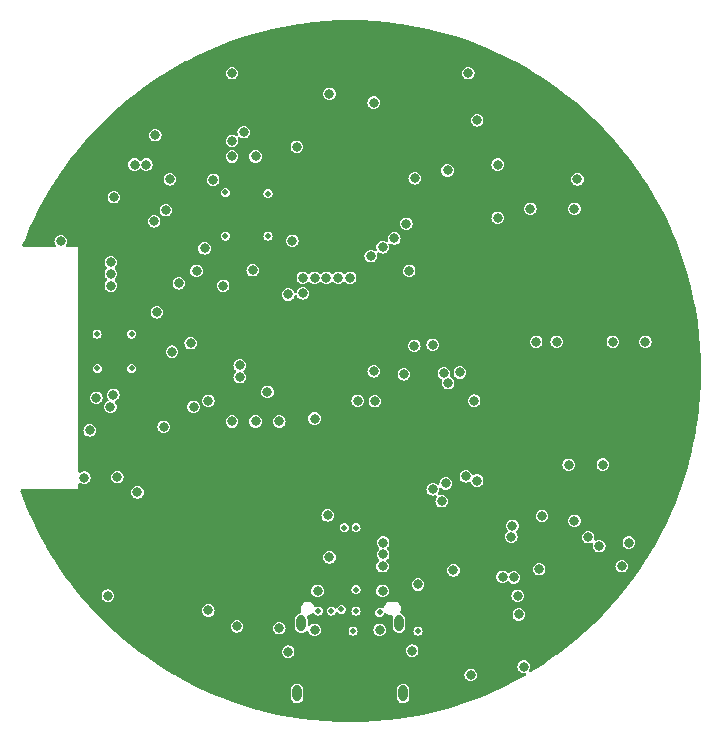
<source format=gbr>
%TF.GenerationSoftware,KiCad,Pcbnew,6.0.7+dfsg-1~bpo11+1*%
%TF.CreationDate,2022-09-09T13:16:42+02:00*%
%TF.ProjectId,pcb,7063622e-6b69-4636-9164-5f7063625858,0.1*%
%TF.SameCoordinates,Original*%
%TF.FileFunction,Copper,L3,Inr*%
%TF.FilePolarity,Positive*%
%FSLAX46Y46*%
G04 Gerber Fmt 4.6, Leading zero omitted, Abs format (unit mm)*
G04 Created by KiCad (PCBNEW 6.0.7+dfsg-1~bpo11+1) date 2022-09-09 13:16:42*
%MOMM*%
%LPD*%
G01*
G04 APERTURE LIST*
%TA.AperFunction,ComponentPad*%
%ADD10O,0.800000X1.400000*%
%TD*%
%TA.AperFunction,ViaPad*%
%ADD11C,0.800000*%
%TD*%
%TA.AperFunction,ViaPad*%
%ADD12C,0.500000*%
%TD*%
G04 APERTURE END LIST*
D10*
%TO.N,/Power/Shield*%
%TO.C,X1*%
X145510000Y-127280000D03*
X154130000Y-121330000D03*
X154490000Y-127280000D03*
X145870000Y-121330000D03*
%TD*%
D11*
%TO.N,BAT-*%
X171400000Y-107900000D03*
X168508636Y-107916500D03*
D12*
%TO.N,BAT_PROT-*%
X143050000Y-88550000D03*
D11*
X137679648Y-89595395D03*
X145100000Y-88950000D03*
X133631500Y-95000000D03*
D12*
X128600000Y-99750000D03*
D11*
X127500000Y-109000000D03*
X159800000Y-108900000D03*
X150654500Y-102500000D03*
X159300000Y-100100000D03*
X171100000Y-114800000D03*
X134226600Y-104694135D03*
X140425500Y-121600000D03*
X144000000Y-121750000D03*
X134400000Y-86350000D03*
X152500000Y-121900000D03*
X163750000Y-113083500D03*
D12*
X139450000Y-88550000D03*
D11*
X138400000Y-83800000D03*
D12*
X128581487Y-96849500D03*
D11*
X158300000Y-101000000D03*
X154550000Y-100250000D03*
X133406500Y-87300000D03*
X127950000Y-105006500D03*
X140000000Y-80500000D03*
X155435168Y-97843971D03*
X130000000Y-85250000D03*
D12*
X139433033Y-84850659D03*
D11*
X163864909Y-117456110D03*
D12*
X131501485Y-96849500D03*
D11*
X164289105Y-120590820D03*
X129500000Y-119000000D03*
X158750000Y-116850000D03*
X157000000Y-110000000D03*
X147000000Y-121900000D03*
X130298000Y-108952000D03*
D12*
X152500000Y-120400000D03*
D11*
X148100000Y-112200000D03*
X157750000Y-111000000D03*
X173600000Y-114500000D03*
X164700000Y-125000000D03*
X152095500Y-102525000D03*
X140656500Y-100500000D03*
X144750000Y-93500000D03*
X140000000Y-74750000D03*
X160000000Y-74750000D03*
D12*
X143050000Y-84950000D03*
D11*
X147250000Y-118600000D03*
X162907440Y-117397922D03*
X160214000Y-125714000D03*
X152750000Y-118600000D03*
X152000000Y-77250000D03*
X164200000Y-119000000D03*
X144000000Y-104250000D03*
D12*
X147300000Y-120300000D03*
D11*
X169000000Y-112650000D03*
D12*
X131500000Y-99750000D03*
D11*
X155000000Y-91500000D03*
X140656500Y-99500000D03*
X157945647Y-100154500D03*
X155750000Y-118050000D03*
X158100000Y-109500000D03*
X163650000Y-114000000D03*
X125500000Y-89000000D03*
%TO.N,3.3V*%
X173750000Y-100250000D03*
X144000000Y-96250000D03*
X129500000Y-89500000D03*
X170750000Y-89250000D03*
X150950000Y-83654500D03*
X157250000Y-118250000D03*
X132706919Y-95095500D03*
X136250000Y-93350000D03*
X136000000Y-122750000D03*
X139500000Y-77250000D03*
X137000000Y-84000000D03*
X133250000Y-108500000D03*
X135800000Y-104700000D03*
X144000000Y-78750000D03*
X151000000Y-76500000D03*
X160206404Y-121587192D03*
X154404500Y-101250000D03*
X164500000Y-92750000D03*
X135250000Y-85000000D03*
X168843500Y-114250000D03*
X133250000Y-93000000D03*
X160000000Y-83000000D03*
X146750000Y-116843500D03*
X127250000Y-113750000D03*
X169000000Y-101000000D03*
X149000000Y-126250000D03*
X154847613Y-98564218D03*
X127600000Y-101900000D03*
X128260193Y-103685796D03*
X147750000Y-100000000D03*
X144250000Y-83750000D03*
X152000000Y-101000000D03*
X141250000Y-94500000D03*
X131000000Y-114250000D03*
X135000000Y-119000000D03*
X164000000Y-77500000D03*
X154575000Y-102325000D03*
X163500000Y-109000000D03*
X141029503Y-113750000D03*
%TO.N,CHRG_OUT*%
X160500000Y-102500000D03*
X157000000Y-97750000D03*
X166250000Y-112250000D03*
D12*
%TO.N,/Power/CC2*%
X155750000Y-122000000D03*
X150250000Y-121993500D03*
D11*
%TO.N,/Power/CHRG_STAT*%
X152750000Y-116500000D03*
X148250000Y-115750000D03*
%TO.N,/Power/~{CHRG_PG}*%
X155250000Y-123654500D03*
X144750000Y-123750000D03*
%TO.N,REGN*%
X160750000Y-109250000D03*
X166000000Y-116750000D03*
%TO.N,NRST*%
X129750000Y-90750000D03*
X145500000Y-81000000D03*
X131750000Y-82500000D03*
%TO.N,BTN0*%
X129750000Y-91750000D03*
X132750000Y-82500000D03*
%TO.N,BTN1*%
X162500000Y-87000000D03*
X162500000Y-82500000D03*
X129750000Y-92750000D03*
X139250000Y-92750000D03*
%TO.N,BAT_SENS*%
X136750000Y-103000000D03*
X129710210Y-103000000D03*
%TO.N,PHOTO*%
X138000000Y-102500000D03*
X152000000Y-100000000D03*
X129952500Y-102000000D03*
%TO.N,Net-(V2-Pad3)*%
X170156500Y-114038350D03*
X173000000Y-116500000D03*
D12*
%TO.N,USB_D-*%
X149500000Y-113250000D03*
D11*
X152790810Y-115501600D03*
D12*
%TO.N,USB_D+*%
X149256500Y-120149502D03*
D11*
X152790810Y-114498400D03*
D12*
X150500000Y-118500000D03*
X150500000Y-113250000D03*
D11*
%TO.N,RXD*%
X136500000Y-97616500D03*
X142000000Y-104250000D03*
%TO.N,TXD*%
X140000000Y-104250000D03*
X134921284Y-98349716D03*
%TO.N,DBG_LED*%
X132000000Y-110250000D03*
X128504500Y-102250000D03*
%TO.N,Ring0_0*%
X148250000Y-76500000D03*
%TO.N,Ring0_1*%
X141000000Y-79750000D03*
%TO.N,Ring0_2*%
X137000000Y-91500000D03*
X134750000Y-83750000D03*
X133500000Y-80000000D03*
%TO.N,Ring0_3*%
X141750000Y-91439000D03*
%TO.N,Ring0_4*%
X148000000Y-92093500D03*
%TO.N,Ring0_5*%
X150000000Y-92093500D03*
X138000000Y-120250000D03*
X146995500Y-104000000D03*
%TO.N,Ring0_6*%
X152750000Y-89500000D03*
%TO.N,Ring0_7*%
X154750000Y-87500000D03*
%TO.N,Ring0_8*%
X165250000Y-86250000D03*
X172250000Y-97500000D03*
X169000000Y-86250000D03*
%TO.N,Ring0_9*%
X175000000Y-97500000D03*
%TO.N,Ring0_10*%
X169250000Y-83750000D03*
%TO.N,Ring0_11*%
X160750000Y-78750000D03*
%TO.N,Ring1_0*%
X142000000Y-81813500D03*
%TO.N,Ring1_1*%
X140000000Y-81813500D03*
%TO.N,Ring1_2*%
X135500000Y-92550000D03*
%TO.N,Ring1_3*%
X143000000Y-101750000D03*
X146000000Y-93406500D03*
X146000000Y-92093500D03*
%TO.N,Ring1_4*%
X147000000Y-92093500D03*
%TO.N,Ring1_5*%
X149000000Y-92093500D03*
%TO.N,Ring1_6*%
X151750000Y-90250000D03*
%TO.N,Ring1_7*%
X153750000Y-88750000D03*
%TO.N,Ring1_8*%
X165750000Y-97500000D03*
%TO.N,Ring1_9*%
X167500000Y-97500000D03*
%TO.N,Ring1_10*%
X155472011Y-83655931D03*
%TO.N,Ring1_11*%
X158250000Y-83000000D03*
D12*
%TO.N,VBUS_CONN*%
X148400000Y-120299502D03*
X150500000Y-120299502D03*
%TD*%
%TA.AperFunction,Conductor*%
%TO.N,3.3V*%
G36*
X150786990Y-70289237D02*
G01*
X151035186Y-70293569D01*
X151039581Y-70293723D01*
X152071255Y-70347791D01*
X152075643Y-70348097D01*
X153104873Y-70438143D01*
X153109247Y-70438603D01*
X154134667Y-70564509D01*
X154139022Y-70565121D01*
X154406860Y-70607542D01*
X155159465Y-70726743D01*
X155163750Y-70727499D01*
X156177912Y-70924632D01*
X156182192Y-70925542D01*
X156971857Y-71107850D01*
X157188867Y-71157951D01*
X157193134Y-71159015D01*
X158191084Y-71426414D01*
X158195303Y-71427625D01*
X159183269Y-71729677D01*
X159187452Y-71731036D01*
X160164301Y-72067392D01*
X160168433Y-72068896D01*
X161132925Y-72439130D01*
X161137003Y-72440777D01*
X161559920Y-72620294D01*
X162088034Y-72844465D01*
X162092025Y-72846242D01*
X163028400Y-73282881D01*
X163032292Y-73284779D01*
X163849612Y-73701225D01*
X163952856Y-73753830D01*
X163956739Y-73755895D01*
X164860341Y-74256770D01*
X164864115Y-74258949D01*
X165749721Y-74791074D01*
X165753418Y-74793385D01*
X166086836Y-75009909D01*
X166619879Y-75356072D01*
X166623524Y-75358531D01*
X167469820Y-75951112D01*
X167473370Y-75953691D01*
X168209213Y-76508188D01*
X168298489Y-76575462D01*
X168301954Y-76578170D01*
X169104832Y-77228329D01*
X169108201Y-77231156D01*
X169887890Y-77908929D01*
X169891159Y-77911871D01*
X170646787Y-78616505D01*
X170649950Y-78619561D01*
X171380439Y-79350050D01*
X171383494Y-79353212D01*
X171497910Y-79475908D01*
X172088129Y-80108841D01*
X172091071Y-80112110D01*
X172768844Y-80891799D01*
X172771671Y-80895168D01*
X173137517Y-81346949D01*
X173397000Y-81667383D01*
X173421830Y-81698046D01*
X173424536Y-81701509D01*
X174026243Y-82500000D01*
X174046303Y-82526621D01*
X174048888Y-82530180D01*
X174641469Y-83376476D01*
X174643928Y-83380121D01*
X174744559Y-83535078D01*
X175187114Y-84216551D01*
X175206605Y-84246565D01*
X175208926Y-84250279D01*
X175731327Y-85119700D01*
X175741041Y-85135867D01*
X175743230Y-85139659D01*
X176061255Y-85713391D01*
X176244105Y-86043261D01*
X176246170Y-86047144D01*
X176715221Y-86967708D01*
X176717119Y-86971600D01*
X177153752Y-87907962D01*
X177155535Y-87911966D01*
X177291413Y-88232076D01*
X177559223Y-88862997D01*
X177560870Y-88867075D01*
X177931104Y-89831567D01*
X177932608Y-89835699D01*
X178268964Y-90812548D01*
X178270323Y-90816731D01*
X178363544Y-91121643D01*
X178544996Y-91715143D01*
X178572375Y-91804697D01*
X178573586Y-91808916D01*
X178715929Y-92340150D01*
X178840985Y-92806866D01*
X178842049Y-92811133D01*
X178859908Y-92888488D01*
X179068012Y-93789883D01*
X179074456Y-93817797D01*
X179075368Y-93822088D01*
X179252327Y-94732461D01*
X179272497Y-94836227D01*
X179273257Y-94840535D01*
X179339679Y-95259909D01*
X179434879Y-95860978D01*
X179435491Y-95865333D01*
X179561397Y-96890753D01*
X179561857Y-96895127D01*
X179651903Y-97924357D01*
X179652209Y-97928745D01*
X179706277Y-98960419D01*
X179706431Y-98964814D01*
X179709283Y-99128193D01*
X179724212Y-99983451D01*
X179724462Y-99997801D01*
X179724462Y-100002177D01*
X179711715Y-100732461D01*
X179706431Y-101035186D01*
X179706277Y-101039581D01*
X179652209Y-102071255D01*
X179651903Y-102075643D01*
X179561857Y-103104873D01*
X179561397Y-103109247D01*
X179435491Y-104134667D01*
X179434879Y-104139022D01*
X179414524Y-104267539D01*
X179296188Y-105014688D01*
X179273261Y-105159442D01*
X179272501Y-105163750D01*
X179199059Y-105541578D01*
X179075370Y-106177901D01*
X179074456Y-106182203D01*
X178842049Y-107188867D01*
X178840985Y-107193134D01*
X178790358Y-107382076D01*
X178578139Y-108174092D01*
X178573588Y-108191075D01*
X178572377Y-108195295D01*
X178504642Y-108416846D01*
X178270323Y-109183269D01*
X178268964Y-109187452D01*
X177932608Y-110164301D01*
X177931104Y-110168433D01*
X177560870Y-111132925D01*
X177559223Y-111137003D01*
X177420680Y-111463391D01*
X177203130Y-111975908D01*
X177155541Y-112088020D01*
X177153758Y-112092025D01*
X176717119Y-113028400D01*
X176715221Y-113032292D01*
X176408002Y-113635243D01*
X176246170Y-113952856D01*
X176244105Y-113956739D01*
X176229463Y-113983154D01*
X175781217Y-114791812D01*
X175743240Y-114860324D01*
X175741051Y-114864115D01*
X175208936Y-115749705D01*
X175206615Y-115753418D01*
X174997587Y-116075293D01*
X174643928Y-116619879D01*
X174641469Y-116623524D01*
X174048888Y-117469820D01*
X174046309Y-117473370D01*
X173443323Y-118273560D01*
X173424538Y-118298489D01*
X173421830Y-118301954D01*
X172771671Y-119104832D01*
X172768844Y-119108201D01*
X172091071Y-119887890D01*
X172088129Y-119891159D01*
X171991440Y-119994845D01*
X171410710Y-120617603D01*
X171383495Y-120646787D01*
X171380439Y-120649950D01*
X170649950Y-121380439D01*
X170646788Y-121383494D01*
X170324715Y-121683832D01*
X169891159Y-122088129D01*
X169887890Y-122091071D01*
X169108201Y-122768844D01*
X169104832Y-122771671D01*
X168345014Y-123386961D01*
X168301954Y-123421830D01*
X168298491Y-123424536D01*
X167484553Y-124037883D01*
X167473379Y-124046303D01*
X167469820Y-124048888D01*
X166623524Y-124641469D01*
X166619879Y-124643928D01*
X166296578Y-124853883D01*
X165753418Y-125206615D01*
X165749721Y-125208926D01*
X165547193Y-125330617D01*
X165314115Y-125470664D01*
X165245422Y-125488604D01*
X165177935Y-125466557D01*
X165133081Y-125411525D01*
X165125100Y-125340978D01*
X165149257Y-125285959D01*
X165163391Y-125267539D01*
X165216846Y-125138488D01*
X165235078Y-125000000D01*
X165216846Y-124861512D01*
X165163391Y-124732461D01*
X165078357Y-124621643D01*
X164967539Y-124536609D01*
X164838488Y-124483154D01*
X164700000Y-124464922D01*
X164561512Y-124483154D01*
X164432461Y-124536609D01*
X164321643Y-124621643D01*
X164236609Y-124732461D01*
X164183154Y-124861512D01*
X164164922Y-125000000D01*
X164183154Y-125138488D01*
X164236609Y-125267539D01*
X164321643Y-125378357D01*
X164432461Y-125463391D01*
X164561512Y-125516846D01*
X164700000Y-125535078D01*
X164708188Y-125534000D01*
X164708190Y-125534000D01*
X164744789Y-125529182D01*
X164814938Y-125540122D01*
X164868036Y-125587250D01*
X164887225Y-125655605D01*
X164866413Y-125723482D01*
X164822321Y-125764305D01*
X164430421Y-125981539D01*
X163956739Y-126244105D01*
X163952856Y-126246170D01*
X163947149Y-126249078D01*
X163032292Y-126715221D01*
X163028400Y-126717119D01*
X162092025Y-127153758D01*
X162088034Y-127155535D01*
X161559920Y-127379706D01*
X161137003Y-127559223D01*
X161132925Y-127560870D01*
X160168433Y-127931104D01*
X160164301Y-127932608D01*
X159187452Y-128268964D01*
X159183269Y-128270323D01*
X158195303Y-128572375D01*
X158191084Y-128573586D01*
X157499826Y-128758807D01*
X157193134Y-128840985D01*
X157188867Y-128842049D01*
X156182192Y-129074458D01*
X156177912Y-129075368D01*
X155163750Y-129272501D01*
X155159465Y-129273257D01*
X154479347Y-129380977D01*
X154139022Y-129434879D01*
X154134667Y-129435491D01*
X153109247Y-129561397D01*
X153104873Y-129561857D01*
X152075643Y-129651903D01*
X152071255Y-129652209D01*
X151039581Y-129706277D01*
X151035186Y-129706431D01*
X150786990Y-129710763D01*
X150002177Y-129724462D01*
X149997823Y-129724462D01*
X149213010Y-129710763D01*
X148964814Y-129706431D01*
X148960419Y-129706277D01*
X147928745Y-129652209D01*
X147924357Y-129651903D01*
X146895127Y-129561857D01*
X146890753Y-129561397D01*
X145865333Y-129435491D01*
X145860978Y-129434879D01*
X145520653Y-129380977D01*
X144840535Y-129273257D01*
X144836250Y-129272501D01*
X143822088Y-129075368D01*
X143817808Y-129074458D01*
X142811133Y-128842049D01*
X142806866Y-128840985D01*
X142500174Y-128758807D01*
X141808916Y-128573586D01*
X141804697Y-128572375D01*
X140816731Y-128270323D01*
X140812548Y-128268964D01*
X139835699Y-127932608D01*
X139831567Y-127931104D01*
X139011769Y-127616413D01*
X144979500Y-127616413D01*
X144980082Y-127620658D01*
X144980082Y-127620665D01*
X144986096Y-127664566D01*
X144994238Y-127724003D01*
X144997650Y-127731887D01*
X144997650Y-127731888D01*
X145048552Y-127849516D01*
X145048554Y-127849519D01*
X145051963Y-127857397D01*
X145143433Y-127970354D01*
X145261911Y-128054551D01*
X145398666Y-128103786D01*
X145407226Y-128104415D01*
X145407228Y-128104415D01*
X145482201Y-128109920D01*
X145543624Y-128114431D01*
X145686104Y-128085702D01*
X145815610Y-128019716D01*
X145876551Y-127963678D01*
X145916274Y-127927151D01*
X145922601Y-127921333D01*
X145999193Y-127797803D01*
X146039743Y-127658226D01*
X146040500Y-127647918D01*
X146040500Y-127616413D01*
X153959500Y-127616413D01*
X153960082Y-127620658D01*
X153960082Y-127620665D01*
X153966096Y-127664566D01*
X153974238Y-127724003D01*
X153977650Y-127731887D01*
X153977650Y-127731888D01*
X154028552Y-127849516D01*
X154028554Y-127849519D01*
X154031963Y-127857397D01*
X154123433Y-127970354D01*
X154241911Y-128054551D01*
X154378666Y-128103786D01*
X154387226Y-128104415D01*
X154387228Y-128104415D01*
X154462201Y-128109920D01*
X154523624Y-128114431D01*
X154666104Y-128085702D01*
X154795610Y-128019716D01*
X154856551Y-127963678D01*
X154896274Y-127927151D01*
X154902601Y-127921333D01*
X154979193Y-127797803D01*
X155019743Y-127658226D01*
X155020500Y-127647918D01*
X155020500Y-126943587D01*
X155016185Y-126912082D01*
X155006928Y-126844511D01*
X155005762Y-126835997D01*
X154973826Y-126762197D01*
X154951448Y-126710484D01*
X154951446Y-126710481D01*
X154948037Y-126702603D01*
X154856567Y-126589646D01*
X154738089Y-126505449D01*
X154601334Y-126456214D01*
X154592774Y-126455585D01*
X154592772Y-126455585D01*
X154517799Y-126450080D01*
X154456376Y-126445569D01*
X154313896Y-126474298D01*
X154184390Y-126540284D01*
X154077399Y-126638667D01*
X154000807Y-126762197D01*
X153960257Y-126901774D01*
X153959500Y-126912082D01*
X153959500Y-127616413D01*
X146040500Y-127616413D01*
X146040500Y-126943587D01*
X146036185Y-126912082D01*
X146026928Y-126844511D01*
X146025762Y-126835997D01*
X145993826Y-126762197D01*
X145971448Y-126710484D01*
X145971446Y-126710481D01*
X145968037Y-126702603D01*
X145876567Y-126589646D01*
X145758089Y-126505449D01*
X145621334Y-126456214D01*
X145612774Y-126455585D01*
X145612772Y-126455585D01*
X145537799Y-126450080D01*
X145476376Y-126445569D01*
X145333896Y-126474298D01*
X145204390Y-126540284D01*
X145097399Y-126638667D01*
X145020807Y-126762197D01*
X144980257Y-126901774D01*
X144979500Y-126912082D01*
X144979500Y-127616413D01*
X139011769Y-127616413D01*
X138867075Y-127560870D01*
X138862997Y-127559223D01*
X138440080Y-127379706D01*
X137911966Y-127155535D01*
X137907975Y-127153758D01*
X136971600Y-126717119D01*
X136967708Y-126715221D01*
X136052851Y-126249078D01*
X136047144Y-126246170D01*
X136043261Y-126244105D01*
X135569579Y-125981539D01*
X135139659Y-125743230D01*
X135135885Y-125741051D01*
X135090865Y-125714000D01*
X159678922Y-125714000D01*
X159697154Y-125852488D01*
X159750609Y-125981539D01*
X159835643Y-126092357D01*
X159946461Y-126177391D01*
X160075512Y-126230846D01*
X160214000Y-126249078D01*
X160222188Y-126248000D01*
X160344300Y-126231924D01*
X160352488Y-126230846D01*
X160481539Y-126177391D01*
X160592357Y-126092357D01*
X160677391Y-125981539D01*
X160730846Y-125852488D01*
X160749078Y-125714000D01*
X160730846Y-125575512D01*
X160677391Y-125446461D01*
X160592357Y-125335643D01*
X160481539Y-125250609D01*
X160352488Y-125197154D01*
X160214000Y-125178922D01*
X160075512Y-125197154D01*
X159946461Y-125250609D01*
X159835643Y-125335643D01*
X159750609Y-125446461D01*
X159697154Y-125575512D01*
X159678922Y-125714000D01*
X135090865Y-125714000D01*
X134250279Y-125208926D01*
X134246582Y-125206615D01*
X133703422Y-124853883D01*
X133380121Y-124643928D01*
X133376476Y-124641469D01*
X132530180Y-124048888D01*
X132526621Y-124046303D01*
X132515448Y-124037883D01*
X132133414Y-123750000D01*
X144214922Y-123750000D01*
X144233154Y-123888488D01*
X144286609Y-124017539D01*
X144371643Y-124128357D01*
X144482461Y-124213391D01*
X144611512Y-124266846D01*
X144750000Y-124285078D01*
X144758188Y-124284000D01*
X144880300Y-124267924D01*
X144888488Y-124266846D01*
X145017539Y-124213391D01*
X145128357Y-124128357D01*
X145213391Y-124017539D01*
X145266846Y-123888488D01*
X145285078Y-123750000D01*
X145272505Y-123654500D01*
X154714922Y-123654500D01*
X154733154Y-123792988D01*
X154786609Y-123922039D01*
X154871643Y-124032857D01*
X154982461Y-124117891D01*
X155111512Y-124171346D01*
X155250000Y-124189578D01*
X155258188Y-124188500D01*
X155380300Y-124172424D01*
X155388488Y-124171346D01*
X155517539Y-124117891D01*
X155628357Y-124032857D01*
X155713391Y-123922039D01*
X155766846Y-123792988D01*
X155785078Y-123654500D01*
X155766846Y-123516012D01*
X155713391Y-123386961D01*
X155628357Y-123276143D01*
X155517539Y-123191109D01*
X155388488Y-123137654D01*
X155250000Y-123119422D01*
X155111512Y-123137654D01*
X154982461Y-123191109D01*
X154871643Y-123276143D01*
X154786609Y-123386961D01*
X154733154Y-123516012D01*
X154714922Y-123654500D01*
X145272505Y-123654500D01*
X145266846Y-123611512D01*
X145213391Y-123482461D01*
X145128357Y-123371643D01*
X145017539Y-123286609D01*
X144888488Y-123233154D01*
X144750000Y-123214922D01*
X144611512Y-123233154D01*
X144482461Y-123286609D01*
X144371643Y-123371643D01*
X144286609Y-123482461D01*
X144233154Y-123611512D01*
X144214922Y-123750000D01*
X132133414Y-123750000D01*
X131701509Y-123424536D01*
X131698046Y-123421830D01*
X131654987Y-123386961D01*
X130895168Y-122771671D01*
X130891799Y-122768844D01*
X130112110Y-122091071D01*
X130108841Y-122088129D01*
X129675285Y-121683832D01*
X129585386Y-121600000D01*
X139890422Y-121600000D01*
X139908654Y-121738488D01*
X139962109Y-121867539D01*
X140047143Y-121978357D01*
X140157961Y-122063391D01*
X140287012Y-122116846D01*
X140295200Y-122117924D01*
X140324695Y-122121807D01*
X140425500Y-122135078D01*
X140433688Y-122134000D01*
X140555800Y-122117924D01*
X140563988Y-122116846D01*
X140693039Y-122063391D01*
X140803857Y-121978357D01*
X140888891Y-121867539D01*
X140937578Y-121750000D01*
X143464922Y-121750000D01*
X143483154Y-121888488D01*
X143536609Y-122017539D01*
X143621643Y-122128357D01*
X143732461Y-122213391D01*
X143861512Y-122266846D01*
X144000000Y-122285078D01*
X144008188Y-122284000D01*
X144130300Y-122267924D01*
X144138488Y-122266846D01*
X144267539Y-122213391D01*
X144378357Y-122128357D01*
X144463391Y-122017539D01*
X144516846Y-121888488D01*
X144535078Y-121750000D01*
X144524074Y-121666413D01*
X145339500Y-121666413D01*
X145340082Y-121670658D01*
X145340082Y-121670665D01*
X145344326Y-121701645D01*
X145354238Y-121774003D01*
X145357650Y-121781887D01*
X145357650Y-121781888D01*
X145408552Y-121899516D01*
X145408554Y-121899519D01*
X145411963Y-121907397D01*
X145503433Y-122020354D01*
X145510435Y-122025330D01*
X145510436Y-122025331D01*
X145564707Y-122063899D01*
X145621911Y-122104551D01*
X145758666Y-122153786D01*
X145767226Y-122154415D01*
X145767228Y-122154415D01*
X145842046Y-122159909D01*
X145903624Y-122164431D01*
X146046104Y-122135702D01*
X146175610Y-122069716D01*
X146276821Y-121976648D01*
X146340503Y-121945262D01*
X146411045Y-121953288D01*
X146466049Y-121998177D01*
X146482576Y-122034095D01*
X146483154Y-122038488D01*
X146536609Y-122167539D01*
X146621643Y-122278357D01*
X146732461Y-122363391D01*
X146861512Y-122416846D01*
X147000000Y-122435078D01*
X147008188Y-122434000D01*
X147130300Y-122417924D01*
X147138488Y-122416846D01*
X147267539Y-122363391D01*
X147378357Y-122278357D01*
X147463391Y-122167539D01*
X147516846Y-122038488D01*
X147522769Y-121993500D01*
X149864757Y-121993500D01*
X149866308Y-122003293D01*
X149880211Y-122091071D01*
X149883612Y-122112547D01*
X149938332Y-122219940D01*
X150023560Y-122305168D01*
X150130953Y-122359888D01*
X150140742Y-122361438D01*
X150140744Y-122361439D01*
X150240207Y-122377192D01*
X150250000Y-122378743D01*
X150259793Y-122377192D01*
X150359256Y-122361439D01*
X150359258Y-122361438D01*
X150369047Y-122359888D01*
X150476440Y-122305168D01*
X150561668Y-122219940D01*
X150616388Y-122112547D01*
X150619790Y-122091071D01*
X150633692Y-122003293D01*
X150635243Y-121993500D01*
X150620434Y-121900000D01*
X151964922Y-121900000D01*
X151983154Y-122038488D01*
X152036609Y-122167539D01*
X152121643Y-122278357D01*
X152232461Y-122363391D01*
X152361512Y-122416846D01*
X152500000Y-122435078D01*
X152508188Y-122434000D01*
X152630300Y-122417924D01*
X152638488Y-122416846D01*
X152767539Y-122363391D01*
X152878357Y-122278357D01*
X152963391Y-122167539D01*
X153016846Y-122038488D01*
X153035078Y-121900000D01*
X153016846Y-121761512D01*
X152963391Y-121632461D01*
X152878357Y-121521643D01*
X152767539Y-121436609D01*
X152638488Y-121383154D01*
X152500000Y-121364922D01*
X152361512Y-121383154D01*
X152232461Y-121436609D01*
X152121643Y-121521643D01*
X152036609Y-121632461D01*
X151983154Y-121761512D01*
X151964922Y-121900000D01*
X150620434Y-121900000D01*
X150619819Y-121896117D01*
X150617939Y-121884244D01*
X150617938Y-121884242D01*
X150616388Y-121874453D01*
X150561668Y-121767060D01*
X150476440Y-121681832D01*
X150369047Y-121627112D01*
X150359258Y-121625562D01*
X150359256Y-121625561D01*
X150259793Y-121609808D01*
X150250000Y-121608257D01*
X150240207Y-121609808D01*
X150140744Y-121625561D01*
X150140742Y-121625562D01*
X150130953Y-121627112D01*
X150023560Y-121681832D01*
X149938332Y-121767060D01*
X149883612Y-121874453D01*
X149882062Y-121884242D01*
X149882061Y-121884244D01*
X149880181Y-121896117D01*
X149864757Y-121993500D01*
X147522769Y-121993500D01*
X147535078Y-121900000D01*
X147516846Y-121761512D01*
X147463391Y-121632461D01*
X147378357Y-121521643D01*
X147267539Y-121436609D01*
X147138488Y-121383154D01*
X147000000Y-121364922D01*
X146861512Y-121383154D01*
X146732461Y-121436609D01*
X146621643Y-121521643D01*
X146616617Y-121528193D01*
X146615595Y-121529215D01*
X146553283Y-121563241D01*
X146482468Y-121558176D01*
X146425632Y-121515629D01*
X146400821Y-121449109D01*
X146400500Y-121440120D01*
X146400500Y-120993587D01*
X146397157Y-120969177D01*
X146386928Y-120894511D01*
X146385762Y-120885997D01*
X146362131Y-120831389D01*
X146353434Y-120760929D01*
X146384211Y-120696950D01*
X146444693Y-120659768D01*
X146461322Y-120656427D01*
X146543092Y-120645662D01*
X146551280Y-120644584D01*
X146692250Y-120586192D01*
X146775123Y-120522601D01*
X146808842Y-120496728D01*
X146875062Y-120471128D01*
X146944611Y-120485393D01*
X146985524Y-120520930D01*
X146988332Y-120526440D01*
X147073560Y-120611668D01*
X147180953Y-120666388D01*
X147190742Y-120667938D01*
X147190744Y-120667939D01*
X147290207Y-120683692D01*
X147300000Y-120685243D01*
X147309793Y-120683692D01*
X147409256Y-120667939D01*
X147409258Y-120667938D01*
X147419047Y-120666388D01*
X147526440Y-120611668D01*
X147611668Y-120526440D01*
X147666388Y-120419047D01*
X147668693Y-120404498D01*
X147683692Y-120309793D01*
X147685243Y-120300000D01*
X147685164Y-120299502D01*
X148014757Y-120299502D01*
X148016308Y-120309295D01*
X148031387Y-120404498D01*
X148033612Y-120418549D01*
X148088332Y-120525942D01*
X148173560Y-120611170D01*
X148280953Y-120665890D01*
X148290742Y-120667440D01*
X148290744Y-120667441D01*
X148390207Y-120683194D01*
X148400000Y-120684745D01*
X148409793Y-120683194D01*
X148509256Y-120667441D01*
X148509258Y-120667440D01*
X148519047Y-120665890D01*
X148626440Y-120611170D01*
X148711668Y-120525942D01*
X148719838Y-120509909D01*
X148762269Y-120426633D01*
X148811018Y-120375018D01*
X148879933Y-120357952D01*
X148947134Y-120380853D01*
X148963631Y-120394741D01*
X149030060Y-120461170D01*
X149137453Y-120515890D01*
X149147242Y-120517440D01*
X149147244Y-120517441D01*
X149246707Y-120533194D01*
X149256500Y-120534745D01*
X149266293Y-120533194D01*
X149365756Y-120517441D01*
X149365758Y-120517440D01*
X149375547Y-120515890D01*
X149482940Y-120461170D01*
X149568168Y-120375942D01*
X149607117Y-120299502D01*
X150114757Y-120299502D01*
X150116308Y-120309295D01*
X150131387Y-120404498D01*
X150133612Y-120418549D01*
X150188332Y-120525942D01*
X150273560Y-120611170D01*
X150380953Y-120665890D01*
X150390742Y-120667440D01*
X150390744Y-120667441D01*
X150490207Y-120683194D01*
X150500000Y-120684745D01*
X150509793Y-120683194D01*
X150609256Y-120667441D01*
X150609258Y-120667440D01*
X150619047Y-120665890D01*
X150726440Y-120611170D01*
X150811668Y-120525942D01*
X150866388Y-120418549D01*
X150868614Y-120404498D01*
X150869326Y-120400000D01*
X152114757Y-120400000D01*
X152116308Y-120409793D01*
X152131489Y-120505641D01*
X152133612Y-120519047D01*
X152188332Y-120626440D01*
X152273560Y-120711668D01*
X152380953Y-120766388D01*
X152390742Y-120767938D01*
X152390744Y-120767939D01*
X152490207Y-120783692D01*
X152500000Y-120785243D01*
X152509793Y-120783692D01*
X152609256Y-120767939D01*
X152609258Y-120767938D01*
X152619047Y-120766388D01*
X152726440Y-120711668D01*
X152811668Y-120626440D01*
X152816169Y-120617607D01*
X152816172Y-120617603D01*
X152854910Y-120541576D01*
X152903658Y-120489961D01*
X152972573Y-120472895D01*
X153043880Y-120498817D01*
X153151194Y-120581162D01*
X153151197Y-120581164D01*
X153157750Y-120586192D01*
X153298720Y-120644584D01*
X153306908Y-120645662D01*
X153388678Y-120656427D01*
X153412020Y-120659500D01*
X153517354Y-120659500D01*
X153585475Y-120679502D01*
X153631968Y-120733158D01*
X153642072Y-120803432D01*
X153638352Y-120820647D01*
X153600257Y-120951774D01*
X153599500Y-120962082D01*
X153599500Y-121666413D01*
X153600082Y-121670658D01*
X153600082Y-121670665D01*
X153604326Y-121701645D01*
X153614238Y-121774003D01*
X153617650Y-121781887D01*
X153617650Y-121781888D01*
X153668552Y-121899516D01*
X153668554Y-121899519D01*
X153671963Y-121907397D01*
X153763433Y-122020354D01*
X153770435Y-122025330D01*
X153770436Y-122025331D01*
X153824707Y-122063899D01*
X153881911Y-122104551D01*
X154018666Y-122153786D01*
X154027226Y-122154415D01*
X154027228Y-122154415D01*
X154102046Y-122159909D01*
X154163624Y-122164431D01*
X154306104Y-122135702D01*
X154435610Y-122069716D01*
X154511426Y-122000000D01*
X155364757Y-122000000D01*
X155366308Y-122009793D01*
X155376417Y-122073617D01*
X155383612Y-122119047D01*
X155438332Y-122226440D01*
X155523560Y-122311668D01*
X155630953Y-122366388D01*
X155640742Y-122367938D01*
X155640744Y-122367939D01*
X155740207Y-122383692D01*
X155750000Y-122385243D01*
X155759793Y-122383692D01*
X155859256Y-122367939D01*
X155859258Y-122367938D01*
X155869047Y-122366388D01*
X155976440Y-122311668D01*
X156061668Y-122226440D01*
X156116388Y-122119047D01*
X156123584Y-122073617D01*
X156133692Y-122009793D01*
X156135243Y-122000000D01*
X156133692Y-121990207D01*
X156117939Y-121890744D01*
X156117938Y-121890742D01*
X156116388Y-121880953D01*
X156061668Y-121773560D01*
X155976440Y-121688332D01*
X155869047Y-121633612D01*
X155859258Y-121632062D01*
X155859256Y-121632061D01*
X155759793Y-121616308D01*
X155750000Y-121614757D01*
X155740207Y-121616308D01*
X155640744Y-121632061D01*
X155640742Y-121632062D01*
X155630953Y-121633612D01*
X155523560Y-121688332D01*
X155438332Y-121773560D01*
X155383612Y-121880953D01*
X155382062Y-121890742D01*
X155382061Y-121890744D01*
X155366308Y-121990207D01*
X155364757Y-122000000D01*
X154511426Y-122000000D01*
X154542601Y-121971333D01*
X154553790Y-121953288D01*
X154614666Y-121855104D01*
X154619193Y-121847803D01*
X154659743Y-121708226D01*
X154660500Y-121697918D01*
X154660500Y-120993587D01*
X154657157Y-120969177D01*
X154646928Y-120894511D01*
X154645762Y-120885997D01*
X154630500Y-120850729D01*
X154591448Y-120760484D01*
X154591446Y-120760481D01*
X154588037Y-120752603D01*
X154496567Y-120639646D01*
X154477985Y-120626440D01*
X154427862Y-120590820D01*
X163754027Y-120590820D01*
X163755105Y-120599008D01*
X163770580Y-120716551D01*
X163772259Y-120729308D01*
X163825714Y-120858359D01*
X163910748Y-120969177D01*
X164021566Y-121054211D01*
X164150617Y-121107666D01*
X164289105Y-121125898D01*
X164297293Y-121124820D01*
X164419405Y-121108744D01*
X164427593Y-121107666D01*
X164556644Y-121054211D01*
X164667462Y-120969177D01*
X164752496Y-120858359D01*
X164805951Y-120729308D01*
X164807631Y-120716551D01*
X164823105Y-120599008D01*
X164824183Y-120590820D01*
X164810905Y-120489961D01*
X164807029Y-120460520D01*
X164805951Y-120452332D01*
X164752496Y-120323281D01*
X164667462Y-120212463D01*
X164556644Y-120127429D01*
X164427593Y-120073974D01*
X164289105Y-120055742D01*
X164150617Y-120073974D01*
X164021566Y-120127429D01*
X163910748Y-120212463D01*
X163825714Y-120323281D01*
X163772259Y-120452332D01*
X163771181Y-120460520D01*
X163767305Y-120489961D01*
X163754027Y-120590820D01*
X154427862Y-120590820D01*
X154385091Y-120560425D01*
X154378089Y-120555449D01*
X154330248Y-120538225D01*
X154272930Y-120496329D01*
X154247362Y-120430097D01*
X154256521Y-120371456D01*
X154311424Y-120238909D01*
X154311425Y-120238906D01*
X154314584Y-120231280D01*
X154334500Y-120080000D01*
X154322366Y-119987834D01*
X154315662Y-119936908D01*
X154314584Y-119928720D01*
X154309237Y-119915810D01*
X154298369Y-119889573D01*
X154256192Y-119787750D01*
X154163304Y-119666696D01*
X154042250Y-119573808D01*
X153901280Y-119515416D01*
X153787980Y-119500500D01*
X153412020Y-119500500D01*
X153298720Y-119515416D01*
X153157750Y-119573808D01*
X153036696Y-119666696D01*
X152943808Y-119787750D01*
X152901631Y-119889573D01*
X152890764Y-119915810D01*
X152885416Y-119928720D01*
X152884338Y-119936908D01*
X152879001Y-119977447D01*
X152850279Y-120042374D01*
X152791013Y-120081466D01*
X152720022Y-120082311D01*
X152696876Y-120073268D01*
X152636243Y-120042374D01*
X152619047Y-120033612D01*
X152609258Y-120032062D01*
X152609256Y-120032061D01*
X152509793Y-120016308D01*
X152500000Y-120014757D01*
X152490207Y-120016308D01*
X152390744Y-120032061D01*
X152390742Y-120032062D01*
X152380953Y-120033612D01*
X152273560Y-120088332D01*
X152188332Y-120173560D01*
X152133612Y-120280953D01*
X152132062Y-120290742D01*
X152132061Y-120290744D01*
X152117457Y-120382953D01*
X152114757Y-120400000D01*
X150869326Y-120400000D01*
X150883692Y-120309295D01*
X150885243Y-120299502D01*
X150871458Y-120212463D01*
X150867939Y-120190246D01*
X150867938Y-120190244D01*
X150866388Y-120180455D01*
X150811668Y-120073062D01*
X150726440Y-119987834D01*
X150619047Y-119933114D01*
X150609258Y-119931564D01*
X150609256Y-119931563D01*
X150509793Y-119915810D01*
X150500000Y-119914259D01*
X150490207Y-119915810D01*
X150390744Y-119931563D01*
X150390742Y-119931564D01*
X150380953Y-119933114D01*
X150273560Y-119987834D01*
X150188332Y-120073062D01*
X150133612Y-120180455D01*
X150132062Y-120190244D01*
X150132061Y-120190246D01*
X150128542Y-120212463D01*
X150114757Y-120299502D01*
X149607117Y-120299502D01*
X149622888Y-120268549D01*
X149627583Y-120238909D01*
X149640192Y-120159295D01*
X149641743Y-120149502D01*
X149629438Y-120071812D01*
X149624439Y-120040246D01*
X149624438Y-120040244D01*
X149622888Y-120030455D01*
X149568168Y-119923062D01*
X149482940Y-119837834D01*
X149375547Y-119783114D01*
X149365758Y-119781564D01*
X149365756Y-119781563D01*
X149266293Y-119765810D01*
X149256500Y-119764259D01*
X149246707Y-119765810D01*
X149147244Y-119781563D01*
X149147242Y-119781564D01*
X149137453Y-119783114D01*
X149030060Y-119837834D01*
X148944832Y-119923062D01*
X148940332Y-119931894D01*
X148940331Y-119931895D01*
X148894231Y-120022371D01*
X148845482Y-120073986D01*
X148776567Y-120091052D01*
X148709366Y-120068151D01*
X148692869Y-120054263D01*
X148626440Y-119987834D01*
X148519047Y-119933114D01*
X148509258Y-119931564D01*
X148509256Y-119931563D01*
X148409793Y-119915810D01*
X148400000Y-119914259D01*
X148390207Y-119915810D01*
X148290744Y-119931563D01*
X148290742Y-119931564D01*
X148280953Y-119933114D01*
X148173560Y-119987834D01*
X148088332Y-120073062D01*
X148033612Y-120180455D01*
X148032062Y-120190244D01*
X148032061Y-120190246D01*
X148028542Y-120212463D01*
X148014757Y-120299502D01*
X147685164Y-120299502D01*
X147666388Y-120180953D01*
X147611668Y-120073560D01*
X147526440Y-119988332D01*
X147419047Y-119933612D01*
X147409258Y-119932062D01*
X147409256Y-119932061D01*
X147309793Y-119916308D01*
X147300000Y-119914757D01*
X147290207Y-119916308D01*
X147190744Y-119932061D01*
X147190742Y-119932062D01*
X147180953Y-119933612D01*
X147172122Y-119938112D01*
X147172118Y-119938113D01*
X147125415Y-119961910D01*
X147055638Y-119975015D01*
X146989853Y-119948315D01*
X146951802Y-119897862D01*
X146906192Y-119787750D01*
X146813304Y-119666696D01*
X146692250Y-119573808D01*
X146551280Y-119515416D01*
X146437980Y-119500500D01*
X146362020Y-119500500D01*
X146248720Y-119515416D01*
X146107750Y-119573808D01*
X145986696Y-119666696D01*
X145893808Y-119787750D01*
X145851631Y-119889573D01*
X145840764Y-119915810D01*
X145835416Y-119928720D01*
X145834338Y-119936908D01*
X145827634Y-119987834D01*
X145815500Y-120080000D01*
X145835416Y-120231280D01*
X145877927Y-120333911D01*
X145885516Y-120404498D01*
X145853737Y-120467985D01*
X145786423Y-120505641D01*
X145749318Y-120513123D01*
X145693896Y-120524298D01*
X145564390Y-120590284D01*
X145558064Y-120596101D01*
X145488827Y-120659768D01*
X145457399Y-120688667D01*
X145452871Y-120695969D01*
X145452870Y-120695971D01*
X145440110Y-120716551D01*
X145380807Y-120812197D01*
X145378411Y-120820446D01*
X145378410Y-120820447D01*
X145375231Y-120831390D01*
X145340257Y-120951774D01*
X145339500Y-120962082D01*
X145339500Y-121666413D01*
X144524074Y-121666413D01*
X144520348Y-121638113D01*
X144517924Y-121619700D01*
X144516846Y-121611512D01*
X144463391Y-121482461D01*
X144378357Y-121371643D01*
X144267539Y-121286609D01*
X144138488Y-121233154D01*
X144000000Y-121214922D01*
X143861512Y-121233154D01*
X143732461Y-121286609D01*
X143621643Y-121371643D01*
X143536609Y-121482461D01*
X143483154Y-121611512D01*
X143482076Y-121619700D01*
X143479652Y-121638113D01*
X143464922Y-121750000D01*
X140937578Y-121750000D01*
X140942346Y-121738488D01*
X140960578Y-121600000D01*
X140942346Y-121461512D01*
X140937209Y-121449109D01*
X140907834Y-121378193D01*
X140888891Y-121332461D01*
X140803857Y-121221643D01*
X140693039Y-121136609D01*
X140563988Y-121083154D01*
X140425500Y-121064922D01*
X140287012Y-121083154D01*
X140157961Y-121136609D01*
X140047143Y-121221643D01*
X139962109Y-121332461D01*
X139943166Y-121378193D01*
X139913792Y-121449109D01*
X139908654Y-121461512D01*
X139890422Y-121600000D01*
X129585386Y-121600000D01*
X129353212Y-121383494D01*
X129350050Y-121380439D01*
X128619561Y-120649950D01*
X128616505Y-120646787D01*
X128589291Y-120617603D01*
X128246496Y-120250000D01*
X137464922Y-120250000D01*
X137483154Y-120388488D01*
X137536609Y-120517539D01*
X137621643Y-120628357D01*
X137732461Y-120713391D01*
X137861512Y-120766846D01*
X138000000Y-120785078D01*
X138008188Y-120784000D01*
X138130300Y-120767924D01*
X138138488Y-120766846D01*
X138267539Y-120713391D01*
X138378357Y-120628357D01*
X138463391Y-120517539D01*
X138516846Y-120388488D01*
X138535078Y-120250000D01*
X138519604Y-120132458D01*
X138517924Y-120119700D01*
X138516846Y-120111512D01*
X138463391Y-119982461D01*
X138378357Y-119871643D01*
X138267539Y-119786609D01*
X138138488Y-119733154D01*
X138000000Y-119714922D01*
X137861512Y-119733154D01*
X137732461Y-119786609D01*
X137621643Y-119871643D01*
X137536609Y-119982461D01*
X137483154Y-120111512D01*
X137482076Y-120119700D01*
X137480396Y-120132458D01*
X137464922Y-120250000D01*
X128246496Y-120250000D01*
X128008560Y-119994845D01*
X127911871Y-119891159D01*
X127908929Y-119887890D01*
X127231156Y-119108201D01*
X127228329Y-119104832D01*
X127143438Y-119000000D01*
X128964922Y-119000000D01*
X128983154Y-119138488D01*
X129036609Y-119267539D01*
X129121643Y-119378357D01*
X129232461Y-119463391D01*
X129361512Y-119516846D01*
X129500000Y-119535078D01*
X129508188Y-119534000D01*
X129630300Y-119517924D01*
X129638488Y-119516846D01*
X129767539Y-119463391D01*
X129878357Y-119378357D01*
X129963391Y-119267539D01*
X130016846Y-119138488D01*
X130035078Y-119000000D01*
X130016846Y-118861512D01*
X129963391Y-118732461D01*
X129878357Y-118621643D01*
X129850151Y-118600000D01*
X146714922Y-118600000D01*
X146733154Y-118738488D01*
X146786609Y-118867539D01*
X146871643Y-118978357D01*
X146982461Y-119063391D01*
X147111512Y-119116846D01*
X147250000Y-119135078D01*
X147258188Y-119134000D01*
X147380300Y-119117924D01*
X147388488Y-119116846D01*
X147517539Y-119063391D01*
X147628357Y-118978357D01*
X147713391Y-118867539D01*
X147766846Y-118738488D01*
X147785078Y-118600000D01*
X147771913Y-118500000D01*
X150114757Y-118500000D01*
X150133612Y-118619047D01*
X150188332Y-118726440D01*
X150273560Y-118811668D01*
X150380953Y-118866388D01*
X150390742Y-118867938D01*
X150390744Y-118867939D01*
X150490207Y-118883692D01*
X150500000Y-118885243D01*
X150509793Y-118883692D01*
X150609256Y-118867939D01*
X150609258Y-118867938D01*
X150619047Y-118866388D01*
X150726440Y-118811668D01*
X150811668Y-118726440D01*
X150866388Y-118619047D01*
X150869405Y-118600000D01*
X152214922Y-118600000D01*
X152233154Y-118738488D01*
X152286609Y-118867539D01*
X152371643Y-118978357D01*
X152482461Y-119063391D01*
X152611512Y-119116846D01*
X152750000Y-119135078D01*
X152758188Y-119134000D01*
X152880300Y-119117924D01*
X152888488Y-119116846D01*
X153017539Y-119063391D01*
X153100151Y-119000000D01*
X163664922Y-119000000D01*
X163683154Y-119138488D01*
X163736609Y-119267539D01*
X163821643Y-119378357D01*
X163932461Y-119463391D01*
X164061512Y-119516846D01*
X164200000Y-119535078D01*
X164208188Y-119534000D01*
X164330300Y-119517924D01*
X164338488Y-119516846D01*
X164467539Y-119463391D01*
X164578357Y-119378357D01*
X164663391Y-119267539D01*
X164716846Y-119138488D01*
X164735078Y-119000000D01*
X164716846Y-118861512D01*
X164663391Y-118732461D01*
X164578357Y-118621643D01*
X164467539Y-118536609D01*
X164338488Y-118483154D01*
X164200000Y-118464922D01*
X164061512Y-118483154D01*
X163932461Y-118536609D01*
X163821643Y-118621643D01*
X163736609Y-118732461D01*
X163683154Y-118861512D01*
X163664922Y-119000000D01*
X153100151Y-119000000D01*
X153128357Y-118978357D01*
X153213391Y-118867539D01*
X153266846Y-118738488D01*
X153285078Y-118600000D01*
X153266846Y-118461512D01*
X153213391Y-118332461D01*
X153128357Y-118221643D01*
X153017539Y-118136609D01*
X152888488Y-118083154D01*
X152750000Y-118064922D01*
X152611512Y-118083154D01*
X152482461Y-118136609D01*
X152371643Y-118221643D01*
X152286609Y-118332461D01*
X152233154Y-118461512D01*
X152214922Y-118600000D01*
X150869405Y-118600000D01*
X150885243Y-118500000D01*
X150866388Y-118380953D01*
X150811668Y-118273560D01*
X150726440Y-118188332D01*
X150619047Y-118133612D01*
X150609258Y-118132062D01*
X150609256Y-118132061D01*
X150509793Y-118116308D01*
X150500000Y-118114757D01*
X150490207Y-118116308D01*
X150390744Y-118132061D01*
X150390742Y-118132062D01*
X150380953Y-118133612D01*
X150273560Y-118188332D01*
X150188332Y-118273560D01*
X150133612Y-118380953D01*
X150114757Y-118500000D01*
X147771913Y-118500000D01*
X147766846Y-118461512D01*
X147713391Y-118332461D01*
X147628357Y-118221643D01*
X147517539Y-118136609D01*
X147388488Y-118083154D01*
X147250000Y-118064922D01*
X147111512Y-118083154D01*
X146982461Y-118136609D01*
X146871643Y-118221643D01*
X146786609Y-118332461D01*
X146733154Y-118461512D01*
X146714922Y-118600000D01*
X129850151Y-118600000D01*
X129767539Y-118536609D01*
X129638488Y-118483154D01*
X129500000Y-118464922D01*
X129361512Y-118483154D01*
X129232461Y-118536609D01*
X129121643Y-118621643D01*
X129036609Y-118732461D01*
X128983154Y-118861512D01*
X128964922Y-119000000D01*
X127143438Y-119000000D01*
X126578170Y-118301954D01*
X126575462Y-118298489D01*
X126556677Y-118273560D01*
X126388213Y-118050000D01*
X155214922Y-118050000D01*
X155233154Y-118188488D01*
X155286609Y-118317539D01*
X155371643Y-118428357D01*
X155482461Y-118513391D01*
X155611512Y-118566846D01*
X155750000Y-118585078D01*
X155758188Y-118584000D01*
X155880300Y-118567924D01*
X155888488Y-118566846D01*
X156017539Y-118513391D01*
X156128357Y-118428357D01*
X156213391Y-118317539D01*
X156266846Y-118188488D01*
X156285078Y-118050000D01*
X156266846Y-117911512D01*
X156213391Y-117782461D01*
X156128357Y-117671643D01*
X156017539Y-117586609D01*
X155888488Y-117533154D01*
X155750000Y-117514922D01*
X155611512Y-117533154D01*
X155482461Y-117586609D01*
X155371643Y-117671643D01*
X155286609Y-117782461D01*
X155233154Y-117911512D01*
X155214922Y-118050000D01*
X126388213Y-118050000D01*
X125953691Y-117473370D01*
X125951112Y-117469820D01*
X125900769Y-117397922D01*
X162372362Y-117397922D01*
X162390594Y-117536410D01*
X162444049Y-117665461D01*
X162529083Y-117776279D01*
X162639901Y-117861313D01*
X162768952Y-117914768D01*
X162907440Y-117933000D01*
X162915628Y-117931922D01*
X163037740Y-117915846D01*
X163045928Y-117914768D01*
X163174979Y-117861313D01*
X163284091Y-117777588D01*
X163350309Y-117751989D01*
X163419858Y-117766254D01*
X163460755Y-117800848D01*
X163486552Y-117834467D01*
X163597370Y-117919501D01*
X163726421Y-117972956D01*
X163864909Y-117991188D01*
X163873097Y-117990110D01*
X163995209Y-117974034D01*
X164003397Y-117972956D01*
X164132448Y-117919501D01*
X164243266Y-117834467D01*
X164328300Y-117723649D01*
X164381755Y-117594598D01*
X164399987Y-117456110D01*
X164381755Y-117317622D01*
X164328300Y-117188571D01*
X164243266Y-117077753D01*
X164132448Y-116992719D01*
X164003397Y-116939264D01*
X163952809Y-116932604D01*
X163873097Y-116922110D01*
X163864909Y-116921032D01*
X163856721Y-116922110D01*
X163777010Y-116932604D01*
X163726421Y-116939264D01*
X163597370Y-116992719D01*
X163488258Y-117076444D01*
X163422040Y-117102043D01*
X163352491Y-117087778D01*
X163311594Y-117053184D01*
X163290823Y-117026115D01*
X163285797Y-117019565D01*
X163174979Y-116934531D01*
X163045928Y-116881076D01*
X162907440Y-116862844D01*
X162768952Y-116881076D01*
X162639901Y-116934531D01*
X162529083Y-117019565D01*
X162444049Y-117130383D01*
X162390594Y-117259434D01*
X162372362Y-117397922D01*
X125900769Y-117397922D01*
X125358531Y-116623524D01*
X125356072Y-116619879D01*
X125278222Y-116500000D01*
X152214922Y-116500000D01*
X152216000Y-116508188D01*
X152226783Y-116590091D01*
X152233154Y-116638488D01*
X152286609Y-116767539D01*
X152371643Y-116878357D01*
X152482461Y-116963391D01*
X152611512Y-117016846D01*
X152750000Y-117035078D01*
X152758188Y-117034000D01*
X152880300Y-117017924D01*
X152888488Y-117016846D01*
X153017539Y-116963391D01*
X153128357Y-116878357D01*
X153150116Y-116850000D01*
X158214922Y-116850000D01*
X158233154Y-116988488D01*
X158286609Y-117117539D01*
X158371643Y-117228357D01*
X158482461Y-117313391D01*
X158611512Y-117366846D01*
X158750000Y-117385078D01*
X158758188Y-117384000D01*
X158880300Y-117367924D01*
X158888488Y-117366846D01*
X159017539Y-117313391D01*
X159128357Y-117228357D01*
X159213391Y-117117539D01*
X159266846Y-116988488D01*
X159285078Y-116850000D01*
X159274222Y-116767539D01*
X159271913Y-116750000D01*
X165464922Y-116750000D01*
X165483154Y-116888488D01*
X165536609Y-117017539D01*
X165621643Y-117128357D01*
X165732461Y-117213391D01*
X165861512Y-117266846D01*
X166000000Y-117285078D01*
X166008188Y-117284000D01*
X166130300Y-117267924D01*
X166138488Y-117266846D01*
X166267539Y-117213391D01*
X166378357Y-117128357D01*
X166463391Y-117017539D01*
X166516846Y-116888488D01*
X166535078Y-116750000D01*
X166516846Y-116611512D01*
X166470656Y-116500000D01*
X172464922Y-116500000D01*
X172466000Y-116508188D01*
X172476783Y-116590091D01*
X172483154Y-116638488D01*
X172536609Y-116767539D01*
X172621643Y-116878357D01*
X172732461Y-116963391D01*
X172861512Y-117016846D01*
X173000000Y-117035078D01*
X173008188Y-117034000D01*
X173130300Y-117017924D01*
X173138488Y-117016846D01*
X173267539Y-116963391D01*
X173378357Y-116878357D01*
X173463391Y-116767539D01*
X173516846Y-116638488D01*
X173523218Y-116590091D01*
X173534000Y-116508188D01*
X173535078Y-116500000D01*
X173516846Y-116361512D01*
X173463391Y-116232461D01*
X173378357Y-116121643D01*
X173267539Y-116036609D01*
X173138488Y-115983154D01*
X173000000Y-115964922D01*
X172861512Y-115983154D01*
X172732461Y-116036609D01*
X172621643Y-116121643D01*
X172536609Y-116232461D01*
X172483154Y-116361512D01*
X172464922Y-116500000D01*
X166470656Y-116500000D01*
X166463391Y-116482461D01*
X166378357Y-116371643D01*
X166267539Y-116286609D01*
X166138488Y-116233154D01*
X166000000Y-116214922D01*
X165861512Y-116233154D01*
X165732461Y-116286609D01*
X165621643Y-116371643D01*
X165536609Y-116482461D01*
X165483154Y-116611512D01*
X165464922Y-116750000D01*
X159271913Y-116750000D01*
X159267924Y-116719700D01*
X159266846Y-116711512D01*
X159213391Y-116582461D01*
X159128357Y-116471643D01*
X159017539Y-116386609D01*
X158888488Y-116333154D01*
X158750000Y-116314922D01*
X158611512Y-116333154D01*
X158482461Y-116386609D01*
X158371643Y-116471643D01*
X158286609Y-116582461D01*
X158233154Y-116711512D01*
X158232076Y-116719700D01*
X158225778Y-116767539D01*
X158214922Y-116850000D01*
X153150116Y-116850000D01*
X153213391Y-116767539D01*
X153266846Y-116638488D01*
X153273218Y-116590091D01*
X153284000Y-116508188D01*
X153285078Y-116500000D01*
X153266846Y-116361512D01*
X153213391Y-116232461D01*
X153128357Y-116121643D01*
X153121549Y-116116419D01*
X153121387Y-116116197D01*
X153115966Y-116110776D01*
X153116811Y-116109931D01*
X153079682Y-116059081D01*
X153075460Y-115988210D01*
X153110224Y-115926307D01*
X153121540Y-115916502D01*
X153169167Y-115879957D01*
X153254201Y-115769139D01*
X153307656Y-115640088D01*
X153325888Y-115501600D01*
X153307656Y-115363112D01*
X153254201Y-115234061D01*
X153169167Y-115123243D01*
X153138825Y-115099961D01*
X153096959Y-115042624D01*
X153092738Y-114971753D01*
X153127503Y-114909850D01*
X153138820Y-114900043D01*
X153169167Y-114876757D01*
X153254201Y-114765939D01*
X153307656Y-114636888D01*
X153325888Y-114498400D01*
X153307656Y-114359912D01*
X153254201Y-114230861D01*
X153169167Y-114120043D01*
X153058349Y-114035009D01*
X152973830Y-114000000D01*
X163114922Y-114000000D01*
X163133154Y-114138488D01*
X163186609Y-114267539D01*
X163271643Y-114378357D01*
X163382461Y-114463391D01*
X163511512Y-114516846D01*
X163650000Y-114535078D01*
X163658188Y-114534000D01*
X163780300Y-114517924D01*
X163788488Y-114516846D01*
X163917539Y-114463391D01*
X164028357Y-114378357D01*
X164113391Y-114267539D01*
X164166846Y-114138488D01*
X164180029Y-114038350D01*
X169621422Y-114038350D01*
X169639654Y-114176838D01*
X169693109Y-114305889D01*
X169778143Y-114416707D01*
X169888961Y-114501741D01*
X170018012Y-114555196D01*
X170156500Y-114573428D01*
X170164688Y-114572350D01*
X170286800Y-114556274D01*
X170294988Y-114555196D01*
X170416377Y-114504915D01*
X170486964Y-114497326D01*
X170550451Y-114529105D01*
X170586679Y-114590163D01*
X170586300Y-114653917D01*
X170583154Y-114661512D01*
X170564922Y-114800000D01*
X170583154Y-114938488D01*
X170636609Y-115067539D01*
X170721643Y-115178357D01*
X170832461Y-115263391D01*
X170961512Y-115316846D01*
X171100000Y-115335078D01*
X171108188Y-115334000D01*
X171230300Y-115317924D01*
X171238488Y-115316846D01*
X171367539Y-115263391D01*
X171478357Y-115178357D01*
X171563391Y-115067539D01*
X171616846Y-114938488D01*
X171635078Y-114800000D01*
X171616846Y-114661512D01*
X171563391Y-114532461D01*
X171538483Y-114500000D01*
X173064922Y-114500000D01*
X173083154Y-114638488D01*
X173136609Y-114767539D01*
X173221643Y-114878357D01*
X173332461Y-114963391D01*
X173461512Y-115016846D01*
X173600000Y-115035078D01*
X173608188Y-115034000D01*
X173730300Y-115017924D01*
X173738488Y-115016846D01*
X173867539Y-114963391D01*
X173978357Y-114878357D01*
X174063391Y-114767539D01*
X174116846Y-114638488D01*
X174135078Y-114500000D01*
X174116846Y-114361512D01*
X174063391Y-114232461D01*
X173978357Y-114121643D01*
X173867539Y-114036609D01*
X173738488Y-113983154D01*
X173718147Y-113980476D01*
X173608188Y-113966000D01*
X173600000Y-113964922D01*
X173591812Y-113966000D01*
X173481854Y-113980476D01*
X173461512Y-113983154D01*
X173332461Y-114036609D01*
X173221643Y-114121643D01*
X173136609Y-114232461D01*
X173083154Y-114361512D01*
X173064922Y-114500000D01*
X171538483Y-114500000D01*
X171478357Y-114421643D01*
X171367539Y-114336609D01*
X171238488Y-114283154D01*
X171100000Y-114264922D01*
X170961512Y-114283154D01*
X170840123Y-114333435D01*
X170769536Y-114341024D01*
X170706049Y-114309245D01*
X170669821Y-114248187D01*
X170670200Y-114184433D01*
X170673346Y-114176838D01*
X170691578Y-114038350D01*
X170673346Y-113899862D01*
X170619891Y-113770811D01*
X170534857Y-113659993D01*
X170424039Y-113574959D01*
X170294988Y-113521504D01*
X170156500Y-113503272D01*
X170018012Y-113521504D01*
X169888961Y-113574959D01*
X169778143Y-113659993D01*
X169693109Y-113770811D01*
X169639654Y-113899862D01*
X169621422Y-114038350D01*
X164180029Y-114038350D01*
X164185078Y-114000000D01*
X164166846Y-113861512D01*
X164113391Y-113732461D01*
X164064948Y-113669329D01*
X164039348Y-113603111D01*
X164053612Y-113533563D01*
X164088204Y-113492668D01*
X164128357Y-113461857D01*
X164213391Y-113351039D01*
X164266846Y-113221988D01*
X164285078Y-113083500D01*
X164266846Y-112945012D01*
X164213391Y-112815961D01*
X164128357Y-112705143D01*
X164017539Y-112620109D01*
X163888488Y-112566654D01*
X163750000Y-112548422D01*
X163611512Y-112566654D01*
X163482461Y-112620109D01*
X163371643Y-112705143D01*
X163286609Y-112815961D01*
X163233154Y-112945012D01*
X163214922Y-113083500D01*
X163233154Y-113221988D01*
X163286609Y-113351039D01*
X163335052Y-113414171D01*
X163360652Y-113480389D01*
X163346388Y-113549937D01*
X163311796Y-113590832D01*
X163271643Y-113621643D01*
X163186609Y-113732461D01*
X163133154Y-113861512D01*
X163114922Y-114000000D01*
X152973830Y-114000000D01*
X152929298Y-113981554D01*
X152790810Y-113963322D01*
X152652322Y-113981554D01*
X152523271Y-114035009D01*
X152412453Y-114120043D01*
X152327419Y-114230861D01*
X152273964Y-114359912D01*
X152255732Y-114498400D01*
X152273964Y-114636888D01*
X152327419Y-114765939D01*
X152412453Y-114876757D01*
X152442795Y-114900039D01*
X152484661Y-114957376D01*
X152488882Y-115028247D01*
X152454117Y-115090150D01*
X152442800Y-115099957D01*
X152412453Y-115123243D01*
X152327419Y-115234061D01*
X152273964Y-115363112D01*
X152255732Y-115501600D01*
X152273964Y-115640088D01*
X152327419Y-115769139D01*
X152412453Y-115879957D01*
X152419002Y-115884982D01*
X152419003Y-115884983D01*
X152419261Y-115885181D01*
X152419423Y-115885403D01*
X152424844Y-115890824D01*
X152423999Y-115891669D01*
X152461128Y-115942519D01*
X152465350Y-116013390D01*
X152430586Y-116075293D01*
X152419270Y-116085098D01*
X152371643Y-116121643D01*
X152286609Y-116232461D01*
X152233154Y-116361512D01*
X152214922Y-116500000D01*
X125278222Y-116500000D01*
X125002413Y-116075293D01*
X124793385Y-115753418D01*
X124791248Y-115750000D01*
X147714922Y-115750000D01*
X147733154Y-115888488D01*
X147786609Y-116017539D01*
X147871643Y-116128357D01*
X147982461Y-116213391D01*
X148111512Y-116266846D01*
X148250000Y-116285078D01*
X148258188Y-116284000D01*
X148262374Y-116283449D01*
X148388488Y-116266846D01*
X148517539Y-116213391D01*
X148628357Y-116128357D01*
X148713391Y-116017539D01*
X148766846Y-115888488D01*
X148785078Y-115750000D01*
X148766846Y-115611512D01*
X148713391Y-115482461D01*
X148628357Y-115371643D01*
X148517539Y-115286609D01*
X148388488Y-115233154D01*
X148250000Y-115214922D01*
X148111512Y-115233154D01*
X147982461Y-115286609D01*
X147871643Y-115371643D01*
X147786609Y-115482461D01*
X147733154Y-115611512D01*
X147714922Y-115750000D01*
X124791248Y-115750000D01*
X124791064Y-115749705D01*
X124258949Y-114864115D01*
X124256760Y-114860324D01*
X124218784Y-114791812D01*
X123770537Y-113983154D01*
X123755895Y-113956739D01*
X123753830Y-113952856D01*
X123591998Y-113635243D01*
X123395707Y-113250000D01*
X149114757Y-113250000D01*
X149116308Y-113259793D01*
X149131798Y-113357592D01*
X149133612Y-113369047D01*
X149188332Y-113476440D01*
X149273560Y-113561668D01*
X149380953Y-113616388D01*
X149390742Y-113617938D01*
X149390744Y-113617939D01*
X149490207Y-113633692D01*
X149500000Y-113635243D01*
X149509793Y-113633692D01*
X149609256Y-113617939D01*
X149609258Y-113617938D01*
X149619047Y-113616388D01*
X149726440Y-113561668D01*
X149811668Y-113476440D01*
X149866388Y-113369047D01*
X149868203Y-113357592D01*
X149875551Y-113311194D01*
X149904246Y-113250663D01*
X149903607Y-113250239D01*
X149903195Y-113249337D01*
X150095754Y-113249337D01*
X150096393Y-113249761D01*
X150124449Y-113311194D01*
X150131798Y-113357592D01*
X150133612Y-113369047D01*
X150188332Y-113476440D01*
X150273560Y-113561668D01*
X150380953Y-113616388D01*
X150390742Y-113617938D01*
X150390744Y-113617939D01*
X150490207Y-113633692D01*
X150500000Y-113635243D01*
X150509793Y-113633692D01*
X150609256Y-113617939D01*
X150609258Y-113617938D01*
X150619047Y-113616388D01*
X150726440Y-113561668D01*
X150811668Y-113476440D01*
X150866388Y-113369047D01*
X150868203Y-113357592D01*
X150883692Y-113259793D01*
X150885243Y-113250000D01*
X150875551Y-113188806D01*
X150867939Y-113140744D01*
X150867938Y-113140742D01*
X150866388Y-113130953D01*
X150811668Y-113023560D01*
X150726440Y-112938332D01*
X150619047Y-112883612D01*
X150609258Y-112882062D01*
X150609256Y-112882061D01*
X150509793Y-112866308D01*
X150500000Y-112864757D01*
X150490207Y-112866308D01*
X150390744Y-112882061D01*
X150390742Y-112882062D01*
X150380953Y-112883612D01*
X150273560Y-112938332D01*
X150188332Y-113023560D01*
X150133612Y-113130953D01*
X150132062Y-113140742D01*
X150132061Y-113140744D01*
X150124449Y-113188806D01*
X150095754Y-113249337D01*
X149903195Y-113249337D01*
X149875551Y-113188806D01*
X149867939Y-113140744D01*
X149867938Y-113140742D01*
X149866388Y-113130953D01*
X149811668Y-113023560D01*
X149726440Y-112938332D01*
X149619047Y-112883612D01*
X149609258Y-112882062D01*
X149609256Y-112882061D01*
X149509793Y-112866308D01*
X149500000Y-112864757D01*
X149490207Y-112866308D01*
X149390744Y-112882061D01*
X149390742Y-112882062D01*
X149380953Y-112883612D01*
X149273560Y-112938332D01*
X149188332Y-113023560D01*
X149133612Y-113130953D01*
X149132062Y-113140742D01*
X149132061Y-113140744D01*
X149124449Y-113188806D01*
X149114757Y-113250000D01*
X123395707Y-113250000D01*
X123284779Y-113032292D01*
X123282881Y-113028400D01*
X122896592Y-112200000D01*
X147564922Y-112200000D01*
X147583154Y-112338488D01*
X147636609Y-112467539D01*
X147721643Y-112578357D01*
X147832461Y-112663391D01*
X147961512Y-112716846D01*
X148100000Y-112735078D01*
X148108188Y-112734000D01*
X148230300Y-112717924D01*
X148238488Y-112716846D01*
X148367539Y-112663391D01*
X148478357Y-112578357D01*
X148563391Y-112467539D01*
X148616846Y-112338488D01*
X148628495Y-112250000D01*
X165714922Y-112250000D01*
X165733154Y-112388488D01*
X165786609Y-112517539D01*
X165871643Y-112628357D01*
X165982461Y-112713391D01*
X166111512Y-112766846D01*
X166250000Y-112785078D01*
X166258188Y-112784000D01*
X166380300Y-112767924D01*
X166388488Y-112766846D01*
X166517539Y-112713391D01*
X166600151Y-112650000D01*
X168464922Y-112650000D01*
X168483154Y-112788488D01*
X168536609Y-112917539D01*
X168621643Y-113028357D01*
X168732461Y-113113391D01*
X168861512Y-113166846D01*
X169000000Y-113185078D01*
X169008188Y-113184000D01*
X169130300Y-113167924D01*
X169138488Y-113166846D01*
X169267539Y-113113391D01*
X169378357Y-113028357D01*
X169463391Y-112917539D01*
X169516846Y-112788488D01*
X169535078Y-112650000D01*
X169516846Y-112511512D01*
X169463391Y-112382461D01*
X169378357Y-112271643D01*
X169267539Y-112186609D01*
X169138488Y-112133154D01*
X169000000Y-112114922D01*
X168861512Y-112133154D01*
X168732461Y-112186609D01*
X168621643Y-112271643D01*
X168536609Y-112382461D01*
X168483154Y-112511512D01*
X168464922Y-112650000D01*
X166600151Y-112650000D01*
X166628357Y-112628357D01*
X166713391Y-112517539D01*
X166766846Y-112388488D01*
X166785078Y-112250000D01*
X166766846Y-112111512D01*
X166713391Y-111982461D01*
X166628357Y-111871643D01*
X166517539Y-111786609D01*
X166388488Y-111733154D01*
X166250000Y-111714922D01*
X166111512Y-111733154D01*
X165982461Y-111786609D01*
X165871643Y-111871643D01*
X165786609Y-111982461D01*
X165733154Y-112111512D01*
X165714922Y-112250000D01*
X148628495Y-112250000D01*
X148635078Y-112200000D01*
X148616846Y-112061512D01*
X148563391Y-111932461D01*
X148478357Y-111821643D01*
X148367539Y-111736609D01*
X148238488Y-111683154D01*
X148100000Y-111664922D01*
X147961512Y-111683154D01*
X147832461Y-111736609D01*
X147721643Y-111821643D01*
X147636609Y-111932461D01*
X147583154Y-112061512D01*
X147564922Y-112200000D01*
X122896592Y-112200000D01*
X122846242Y-112092025D01*
X122844459Y-112088020D01*
X122796871Y-111975908D01*
X122579320Y-111463391D01*
X122440777Y-111137003D01*
X122439130Y-111132925D01*
X122207913Y-110530586D01*
X122100206Y-110250000D01*
X131464922Y-110250000D01*
X131483154Y-110388488D01*
X131536609Y-110517539D01*
X131621643Y-110628357D01*
X131732461Y-110713391D01*
X131861512Y-110766846D01*
X132000000Y-110785078D01*
X132008188Y-110784000D01*
X132130300Y-110767924D01*
X132138488Y-110766846D01*
X132267539Y-110713391D01*
X132378357Y-110628357D01*
X132463391Y-110517539D01*
X132516846Y-110388488D01*
X132535078Y-110250000D01*
X132516846Y-110111512D01*
X132470656Y-110000000D01*
X156464922Y-110000000D01*
X156483154Y-110138488D01*
X156536609Y-110267539D01*
X156621643Y-110378357D01*
X156732461Y-110463391D01*
X156861512Y-110516846D01*
X157000000Y-110535078D01*
X157008188Y-110534000D01*
X157012374Y-110533449D01*
X157138488Y-110516846D01*
X157146115Y-110513687D01*
X157146118Y-110513686D01*
X157157959Y-110508781D01*
X157163712Y-110506398D01*
X157234301Y-110498808D01*
X157297788Y-110530586D01*
X157334017Y-110591643D01*
X157331484Y-110662595D01*
X157311896Y-110699507D01*
X157286609Y-110732461D01*
X157233154Y-110861512D01*
X157214922Y-111000000D01*
X157233154Y-111138488D01*
X157286609Y-111267539D01*
X157371643Y-111378357D01*
X157482461Y-111463391D01*
X157611512Y-111516846D01*
X157750000Y-111535078D01*
X157758188Y-111534000D01*
X157880300Y-111517924D01*
X157888488Y-111516846D01*
X158017539Y-111463391D01*
X158128357Y-111378357D01*
X158213391Y-111267539D01*
X158266846Y-111138488D01*
X158285078Y-111000000D01*
X158266846Y-110861512D01*
X158213391Y-110732461D01*
X158128357Y-110621643D01*
X158017539Y-110536609D01*
X157888488Y-110483154D01*
X157750000Y-110464922D01*
X157611512Y-110483154D01*
X157603885Y-110486313D01*
X157603882Y-110486314D01*
X157592041Y-110491219D01*
X157586288Y-110493602D01*
X157515699Y-110501192D01*
X157452212Y-110469414D01*
X157415983Y-110408357D01*
X157418516Y-110337405D01*
X157438104Y-110300493D01*
X157463391Y-110267539D01*
X157516846Y-110138488D01*
X157535078Y-110000000D01*
X157534000Y-109991812D01*
X157534000Y-109989876D01*
X157554002Y-109921755D01*
X157607658Y-109875262D01*
X157677932Y-109865158D01*
X157736705Y-109889914D01*
X157832461Y-109963391D01*
X157961512Y-110016846D01*
X158100000Y-110035078D01*
X158108188Y-110034000D01*
X158230300Y-110017924D01*
X158238488Y-110016846D01*
X158367539Y-109963391D01*
X158478357Y-109878357D01*
X158563391Y-109767539D01*
X158616846Y-109638488D01*
X158635078Y-109500000D01*
X158616846Y-109361512D01*
X158563391Y-109232461D01*
X158478357Y-109121643D01*
X158367539Y-109036609D01*
X158238488Y-108983154D01*
X158100000Y-108964922D01*
X157961512Y-108983154D01*
X157832461Y-109036609D01*
X157721643Y-109121643D01*
X157636609Y-109232461D01*
X157583154Y-109361512D01*
X157564922Y-109500000D01*
X157566000Y-109508188D01*
X157566000Y-109510124D01*
X157545998Y-109578245D01*
X157492342Y-109624738D01*
X157422068Y-109634842D01*
X157363296Y-109610086D01*
X157321800Y-109578245D01*
X157267539Y-109536609D01*
X157138488Y-109483154D01*
X157000000Y-109464922D01*
X156861512Y-109483154D01*
X156732461Y-109536609D01*
X156621643Y-109621643D01*
X156536609Y-109732461D01*
X156483154Y-109861512D01*
X156464922Y-110000000D01*
X132470656Y-110000000D01*
X132463391Y-109982461D01*
X132378357Y-109871643D01*
X132267539Y-109786609D01*
X132138488Y-109733154D01*
X132000000Y-109714922D01*
X131861512Y-109733154D01*
X131732461Y-109786609D01*
X131621643Y-109871643D01*
X131536609Y-109982461D01*
X131483154Y-110111512D01*
X131464922Y-110250000D01*
X122100206Y-110250000D01*
X122069940Y-110171153D01*
X122064201Y-110100390D01*
X122097631Y-110037757D01*
X122159617Y-110003140D01*
X122187571Y-110000000D01*
X127000000Y-110000000D01*
X127000000Y-109540520D01*
X127020002Y-109472399D01*
X127073658Y-109425906D01*
X127143932Y-109415802D01*
X127202704Y-109440557D01*
X127232461Y-109463391D01*
X127361512Y-109516846D01*
X127500000Y-109535078D01*
X127508188Y-109534000D01*
X127512374Y-109533449D01*
X127638488Y-109516846D01*
X127767539Y-109463391D01*
X127878357Y-109378357D01*
X127963391Y-109267539D01*
X128016846Y-109138488D01*
X128035078Y-109000000D01*
X128028759Y-108952000D01*
X129762922Y-108952000D01*
X129781154Y-109090488D01*
X129834609Y-109219539D01*
X129919643Y-109330357D01*
X130030461Y-109415391D01*
X130091217Y-109440557D01*
X130146343Y-109463391D01*
X130159512Y-109468846D01*
X130298000Y-109487078D01*
X130306188Y-109486000D01*
X130335995Y-109482076D01*
X130436488Y-109468846D01*
X130449658Y-109463391D01*
X130504783Y-109440557D01*
X130565539Y-109415391D01*
X130676357Y-109330357D01*
X130761391Y-109219539D01*
X130814846Y-109090488D01*
X130833078Y-108952000D01*
X130826232Y-108900000D01*
X159264922Y-108900000D01*
X159266000Y-108908188D01*
X159276783Y-108990091D01*
X159283154Y-109038488D01*
X159336609Y-109167539D01*
X159421643Y-109278357D01*
X159532461Y-109363391D01*
X159661512Y-109416846D01*
X159800000Y-109435078D01*
X159808188Y-109434000D01*
X159930300Y-109417924D01*
X159938488Y-109416846D01*
X160067539Y-109363391D01*
X160070179Y-109361365D01*
X160136954Y-109345166D01*
X160204046Y-109368386D01*
X160247367Y-109422804D01*
X160283446Y-109509905D01*
X160283449Y-109509910D01*
X160286609Y-109517539D01*
X160371643Y-109628357D01*
X160482461Y-109713391D01*
X160611512Y-109766846D01*
X160750000Y-109785078D01*
X160758188Y-109784000D01*
X160762374Y-109783449D01*
X160888488Y-109766846D01*
X161017539Y-109713391D01*
X161128357Y-109628357D01*
X161213391Y-109517539D01*
X161266846Y-109388488D01*
X161285078Y-109250000D01*
X161274222Y-109167539D01*
X161267924Y-109119700D01*
X161266846Y-109111512D01*
X161213391Y-108982461D01*
X161128357Y-108871643D01*
X161017539Y-108786609D01*
X160888488Y-108733154D01*
X160750000Y-108714922D01*
X160611512Y-108733154D01*
X160482461Y-108786609D01*
X160479821Y-108788635D01*
X160413046Y-108804834D01*
X160345954Y-108781614D01*
X160302633Y-108727196D01*
X160266554Y-108640095D01*
X160266551Y-108640090D01*
X160263391Y-108632461D01*
X160178357Y-108521643D01*
X160067539Y-108436609D01*
X159938488Y-108383154D01*
X159800000Y-108364922D01*
X159661512Y-108383154D01*
X159532461Y-108436609D01*
X159421643Y-108521643D01*
X159336609Y-108632461D01*
X159283154Y-108761512D01*
X159264922Y-108900000D01*
X130826232Y-108900000D01*
X130814846Y-108813512D01*
X130761391Y-108684461D01*
X130676357Y-108573643D01*
X130565539Y-108488609D01*
X130436488Y-108435154D01*
X130427723Y-108434000D01*
X130306188Y-108418000D01*
X130298000Y-108416922D01*
X130289812Y-108418000D01*
X130168278Y-108434000D01*
X130159512Y-108435154D01*
X130030461Y-108488609D01*
X129919643Y-108573643D01*
X129834609Y-108684461D01*
X129781154Y-108813512D01*
X129762922Y-108952000D01*
X128028759Y-108952000D01*
X128016846Y-108861512D01*
X127963391Y-108732461D01*
X127878357Y-108621643D01*
X127767539Y-108536609D01*
X127657972Y-108491225D01*
X127646117Y-108486314D01*
X127638488Y-108483154D01*
X127500000Y-108464922D01*
X127361512Y-108483154D01*
X127353883Y-108486314D01*
X127342028Y-108491225D01*
X127232461Y-108536609D01*
X127225910Y-108541636D01*
X127225908Y-108541637D01*
X127202703Y-108559443D01*
X127136483Y-108585043D01*
X127066934Y-108570778D01*
X127016138Y-108521176D01*
X127000000Y-108459480D01*
X127000000Y-107916500D01*
X167973558Y-107916500D01*
X167991790Y-108054988D01*
X168045245Y-108184039D01*
X168130279Y-108294857D01*
X168241097Y-108379891D01*
X168370148Y-108433346D01*
X168508636Y-108451578D01*
X168516824Y-108450500D01*
X168638936Y-108434424D01*
X168647124Y-108433346D01*
X168776175Y-108379891D01*
X168886993Y-108294857D01*
X168972027Y-108184039D01*
X169025482Y-108054988D01*
X169043714Y-107916500D01*
X169041542Y-107900000D01*
X170864922Y-107900000D01*
X170883154Y-108038488D01*
X170936609Y-108167539D01*
X171021643Y-108278357D01*
X171132461Y-108363391D01*
X171261512Y-108416846D01*
X171269700Y-108417924D01*
X171330756Y-108425962D01*
X171400000Y-108435078D01*
X171408188Y-108434000D01*
X171412374Y-108433449D01*
X171469244Y-108425962D01*
X171530300Y-108417924D01*
X171538488Y-108416846D01*
X171667539Y-108363391D01*
X171778357Y-108278357D01*
X171863391Y-108167539D01*
X171916846Y-108038488D01*
X171935078Y-107900000D01*
X171916846Y-107761512D01*
X171863391Y-107632461D01*
X171778357Y-107521643D01*
X171667539Y-107436609D01*
X171538488Y-107383154D01*
X171400000Y-107364922D01*
X171261512Y-107383154D01*
X171132461Y-107436609D01*
X171021643Y-107521643D01*
X170936609Y-107632461D01*
X170883154Y-107761512D01*
X170864922Y-107900000D01*
X169041542Y-107900000D01*
X169025482Y-107778012D01*
X168972027Y-107648961D01*
X168886993Y-107538143D01*
X168776175Y-107453109D01*
X168647124Y-107399654D01*
X168508636Y-107381422D01*
X168370148Y-107399654D01*
X168241097Y-107453109D01*
X168130279Y-107538143D01*
X168045245Y-107648961D01*
X167991790Y-107778012D01*
X167973558Y-107916500D01*
X127000000Y-107916500D01*
X127000000Y-105006500D01*
X127414922Y-105006500D01*
X127433154Y-105144988D01*
X127486609Y-105274039D01*
X127571643Y-105384857D01*
X127682461Y-105469891D01*
X127811512Y-105523346D01*
X127950000Y-105541578D01*
X127958188Y-105540500D01*
X128080300Y-105524424D01*
X128088488Y-105523346D01*
X128217539Y-105469891D01*
X128328357Y-105384857D01*
X128413391Y-105274039D01*
X128466846Y-105144988D01*
X128485078Y-105006500D01*
X128466846Y-104868012D01*
X128413391Y-104738961D01*
X128378995Y-104694135D01*
X133691522Y-104694135D01*
X133709754Y-104832623D01*
X133763209Y-104961674D01*
X133848243Y-105072492D01*
X133959061Y-105157526D01*
X134088112Y-105210981D01*
X134226600Y-105229213D01*
X134234788Y-105228135D01*
X134356900Y-105212059D01*
X134365088Y-105210981D01*
X134494139Y-105157526D01*
X134604957Y-105072492D01*
X134689991Y-104961674D01*
X134743446Y-104832623D01*
X134761678Y-104694135D01*
X134743446Y-104555647D01*
X134689991Y-104426596D01*
X134604957Y-104315778D01*
X134519234Y-104250000D01*
X139464922Y-104250000D01*
X139483154Y-104388488D01*
X139536609Y-104517539D01*
X139621643Y-104628357D01*
X139732461Y-104713391D01*
X139861512Y-104766846D01*
X140000000Y-104785078D01*
X140008188Y-104784000D01*
X140130300Y-104767924D01*
X140138488Y-104766846D01*
X140267539Y-104713391D01*
X140378357Y-104628357D01*
X140463391Y-104517539D01*
X140516846Y-104388488D01*
X140535078Y-104250000D01*
X141464922Y-104250000D01*
X141483154Y-104388488D01*
X141536609Y-104517539D01*
X141621643Y-104628357D01*
X141732461Y-104713391D01*
X141861512Y-104766846D01*
X142000000Y-104785078D01*
X142008188Y-104784000D01*
X142130300Y-104767924D01*
X142138488Y-104766846D01*
X142267539Y-104713391D01*
X142378357Y-104628357D01*
X142463391Y-104517539D01*
X142516846Y-104388488D01*
X142535078Y-104250000D01*
X143464922Y-104250000D01*
X143483154Y-104388488D01*
X143536609Y-104517539D01*
X143621643Y-104628357D01*
X143732461Y-104713391D01*
X143861512Y-104766846D01*
X144000000Y-104785078D01*
X144008188Y-104784000D01*
X144130300Y-104767924D01*
X144138488Y-104766846D01*
X144267539Y-104713391D01*
X144378357Y-104628357D01*
X144463391Y-104517539D01*
X144516846Y-104388488D01*
X144535078Y-104250000D01*
X144516846Y-104111512D01*
X144470656Y-104000000D01*
X146460422Y-104000000D01*
X146478654Y-104138488D01*
X146532109Y-104267539D01*
X146617143Y-104378357D01*
X146727961Y-104463391D01*
X146857012Y-104516846D01*
X146995500Y-104535078D01*
X147003688Y-104534000D01*
X147125800Y-104517924D01*
X147133988Y-104516846D01*
X147263039Y-104463391D01*
X147373857Y-104378357D01*
X147458891Y-104267539D01*
X147512346Y-104138488D01*
X147530578Y-104000000D01*
X147512346Y-103861512D01*
X147458891Y-103732461D01*
X147373857Y-103621643D01*
X147263039Y-103536609D01*
X147133988Y-103483154D01*
X146995500Y-103464922D01*
X146857012Y-103483154D01*
X146727961Y-103536609D01*
X146617143Y-103621643D01*
X146532109Y-103732461D01*
X146478654Y-103861512D01*
X146460422Y-104000000D01*
X144470656Y-104000000D01*
X144463391Y-103982461D01*
X144378357Y-103871643D01*
X144267539Y-103786609D01*
X144138488Y-103733154D01*
X144000000Y-103714922D01*
X143861512Y-103733154D01*
X143732461Y-103786609D01*
X143621643Y-103871643D01*
X143536609Y-103982461D01*
X143483154Y-104111512D01*
X143464922Y-104250000D01*
X142535078Y-104250000D01*
X142516846Y-104111512D01*
X142463391Y-103982461D01*
X142378357Y-103871643D01*
X142267539Y-103786609D01*
X142138488Y-103733154D01*
X142000000Y-103714922D01*
X141861512Y-103733154D01*
X141732461Y-103786609D01*
X141621643Y-103871643D01*
X141536609Y-103982461D01*
X141483154Y-104111512D01*
X141464922Y-104250000D01*
X140535078Y-104250000D01*
X140516846Y-104111512D01*
X140463391Y-103982461D01*
X140378357Y-103871643D01*
X140267539Y-103786609D01*
X140138488Y-103733154D01*
X140000000Y-103714922D01*
X139861512Y-103733154D01*
X139732461Y-103786609D01*
X139621643Y-103871643D01*
X139536609Y-103982461D01*
X139483154Y-104111512D01*
X139464922Y-104250000D01*
X134519234Y-104250000D01*
X134494139Y-104230744D01*
X134365088Y-104177289D01*
X134226600Y-104159057D01*
X134088112Y-104177289D01*
X133959061Y-104230744D01*
X133848243Y-104315778D01*
X133763209Y-104426596D01*
X133709754Y-104555647D01*
X133691522Y-104694135D01*
X128378995Y-104694135D01*
X128328357Y-104628143D01*
X128217539Y-104543109D01*
X128088488Y-104489654D01*
X127950000Y-104471422D01*
X127811512Y-104489654D01*
X127682461Y-104543109D01*
X127571643Y-104628143D01*
X127486609Y-104738961D01*
X127433154Y-104868012D01*
X127414922Y-105006500D01*
X127000000Y-105006500D01*
X127000000Y-103000000D01*
X129175132Y-103000000D01*
X129193364Y-103138488D01*
X129246819Y-103267539D01*
X129331853Y-103378357D01*
X129442671Y-103463391D01*
X129571722Y-103516846D01*
X129710210Y-103535078D01*
X129718398Y-103534000D01*
X129722584Y-103533449D01*
X129848698Y-103516846D01*
X129977749Y-103463391D01*
X130088567Y-103378357D01*
X130173601Y-103267539D01*
X130227056Y-103138488D01*
X130245288Y-103000000D01*
X136214922Y-103000000D01*
X136233154Y-103138488D01*
X136286609Y-103267539D01*
X136371643Y-103378357D01*
X136482461Y-103463391D01*
X136611512Y-103516846D01*
X136750000Y-103535078D01*
X136758188Y-103534000D01*
X136762374Y-103533449D01*
X136888488Y-103516846D01*
X137017539Y-103463391D01*
X137128357Y-103378357D01*
X137213391Y-103267539D01*
X137266846Y-103138488D01*
X137285078Y-103000000D01*
X137266846Y-102861512D01*
X137213391Y-102732461D01*
X137128357Y-102621643D01*
X137017539Y-102536609D01*
X136929158Y-102500000D01*
X137464922Y-102500000D01*
X137483154Y-102638488D01*
X137536609Y-102767539D01*
X137621643Y-102878357D01*
X137732461Y-102963391D01*
X137861512Y-103016846D01*
X138000000Y-103035078D01*
X138008188Y-103034000D01*
X138130300Y-103017924D01*
X138138488Y-103016846D01*
X138267539Y-102963391D01*
X138378357Y-102878357D01*
X138463391Y-102767539D01*
X138516846Y-102638488D01*
X138535078Y-102500000D01*
X150119422Y-102500000D01*
X150137654Y-102638488D01*
X150191109Y-102767539D01*
X150276143Y-102878357D01*
X150386961Y-102963391D01*
X150516012Y-103016846D01*
X150654500Y-103035078D01*
X150662688Y-103034000D01*
X150784800Y-103017924D01*
X150792988Y-103016846D01*
X150922039Y-102963391D01*
X151032857Y-102878357D01*
X151117891Y-102767539D01*
X151171346Y-102638488D01*
X151186287Y-102525000D01*
X151560422Y-102525000D01*
X151578654Y-102663488D01*
X151632109Y-102792539D01*
X151717143Y-102903357D01*
X151827961Y-102988391D01*
X151957012Y-103041846D01*
X152095500Y-103060078D01*
X152103688Y-103059000D01*
X152225800Y-103042924D01*
X152233988Y-103041846D01*
X152363039Y-102988391D01*
X152473857Y-102903357D01*
X152558891Y-102792539D01*
X152612346Y-102663488D01*
X152630578Y-102525000D01*
X152627287Y-102500000D01*
X159964922Y-102500000D01*
X159983154Y-102638488D01*
X160036609Y-102767539D01*
X160121643Y-102878357D01*
X160232461Y-102963391D01*
X160361512Y-103016846D01*
X160500000Y-103035078D01*
X160508188Y-103034000D01*
X160630300Y-103017924D01*
X160638488Y-103016846D01*
X160767539Y-102963391D01*
X160878357Y-102878357D01*
X160963391Y-102767539D01*
X161016846Y-102638488D01*
X161035078Y-102500000D01*
X161016846Y-102361512D01*
X160963391Y-102232461D01*
X160878357Y-102121643D01*
X160767539Y-102036609D01*
X160638488Y-101983154D01*
X160500000Y-101964922D01*
X160361512Y-101983154D01*
X160232461Y-102036609D01*
X160121643Y-102121643D01*
X160036609Y-102232461D01*
X159983154Y-102361512D01*
X159964922Y-102500000D01*
X152627287Y-102500000D01*
X152612346Y-102386512D01*
X152558891Y-102257461D01*
X152473857Y-102146643D01*
X152363039Y-102061609D01*
X152233988Y-102008154D01*
X152095500Y-101989922D01*
X151957012Y-102008154D01*
X151827961Y-102061609D01*
X151717143Y-102146643D01*
X151632109Y-102257461D01*
X151578654Y-102386512D01*
X151560422Y-102525000D01*
X151186287Y-102525000D01*
X151189578Y-102500000D01*
X151171346Y-102361512D01*
X151117891Y-102232461D01*
X151032857Y-102121643D01*
X150922039Y-102036609D01*
X150792988Y-101983154D01*
X150654500Y-101964922D01*
X150516012Y-101983154D01*
X150386961Y-102036609D01*
X150276143Y-102121643D01*
X150191109Y-102232461D01*
X150137654Y-102361512D01*
X150119422Y-102500000D01*
X138535078Y-102500000D01*
X138516846Y-102361512D01*
X138463391Y-102232461D01*
X138378357Y-102121643D01*
X138267539Y-102036609D01*
X138138488Y-101983154D01*
X138000000Y-101964922D01*
X137861512Y-101983154D01*
X137732461Y-102036609D01*
X137621643Y-102121643D01*
X137536609Y-102232461D01*
X137483154Y-102361512D01*
X137464922Y-102500000D01*
X136929158Y-102500000D01*
X136888488Y-102483154D01*
X136750000Y-102464922D01*
X136611512Y-102483154D01*
X136482461Y-102536609D01*
X136371643Y-102621643D01*
X136286609Y-102732461D01*
X136233154Y-102861512D01*
X136214922Y-103000000D01*
X130245288Y-103000000D01*
X130227056Y-102861512D01*
X130173601Y-102732461D01*
X130128093Y-102673154D01*
X130102493Y-102606937D01*
X130116757Y-102537388D01*
X130166358Y-102486591D01*
X130179833Y-102480045D01*
X130220039Y-102463391D01*
X130330857Y-102378357D01*
X130415891Y-102267539D01*
X130469346Y-102138488D01*
X130487578Y-102000000D01*
X130469346Y-101861512D01*
X130423156Y-101750000D01*
X142464922Y-101750000D01*
X142483154Y-101888488D01*
X142536609Y-102017539D01*
X142621643Y-102128357D01*
X142732461Y-102213391D01*
X142861512Y-102266846D01*
X143000000Y-102285078D01*
X143008188Y-102284000D01*
X143130300Y-102267924D01*
X143138488Y-102266846D01*
X143267539Y-102213391D01*
X143378357Y-102128357D01*
X143463391Y-102017539D01*
X143516846Y-101888488D01*
X143535078Y-101750000D01*
X143516846Y-101611512D01*
X143463391Y-101482461D01*
X143378357Y-101371643D01*
X143267539Y-101286609D01*
X143138488Y-101233154D01*
X143000000Y-101214922D01*
X142861512Y-101233154D01*
X142732461Y-101286609D01*
X142621643Y-101371643D01*
X142536609Y-101482461D01*
X142483154Y-101611512D01*
X142464922Y-101750000D01*
X130423156Y-101750000D01*
X130415891Y-101732461D01*
X130330857Y-101621643D01*
X130220039Y-101536609D01*
X130090988Y-101483154D01*
X129952500Y-101464922D01*
X129814012Y-101483154D01*
X129684961Y-101536609D01*
X129574143Y-101621643D01*
X129489109Y-101732461D01*
X129435654Y-101861512D01*
X129417422Y-102000000D01*
X129435654Y-102138488D01*
X129489109Y-102267539D01*
X129534617Y-102326846D01*
X129560217Y-102393063D01*
X129545953Y-102462612D01*
X129496352Y-102513409D01*
X129482877Y-102519955D01*
X129442671Y-102536609D01*
X129331853Y-102621643D01*
X129246819Y-102732461D01*
X129193364Y-102861512D01*
X129175132Y-103000000D01*
X127000000Y-103000000D01*
X127000000Y-102250000D01*
X127969422Y-102250000D01*
X127987654Y-102388488D01*
X128041109Y-102517539D01*
X128126143Y-102628357D01*
X128236961Y-102713391D01*
X128366012Y-102766846D01*
X128504500Y-102785078D01*
X128512688Y-102784000D01*
X128634800Y-102767924D01*
X128642988Y-102766846D01*
X128772039Y-102713391D01*
X128882857Y-102628357D01*
X128967891Y-102517539D01*
X129021346Y-102388488D01*
X129039578Y-102250000D01*
X129021346Y-102111512D01*
X128967891Y-101982461D01*
X128882857Y-101871643D01*
X128772039Y-101786609D01*
X128642988Y-101733154D01*
X128504500Y-101714922D01*
X128366012Y-101733154D01*
X128236961Y-101786609D01*
X128126143Y-101871643D01*
X128041109Y-101982461D01*
X127987654Y-102111512D01*
X127969422Y-102250000D01*
X127000000Y-102250000D01*
X127000000Y-100500000D01*
X140121422Y-100500000D01*
X140139654Y-100638488D01*
X140193109Y-100767539D01*
X140278143Y-100878357D01*
X140388961Y-100963391D01*
X140518012Y-101016846D01*
X140656500Y-101035078D01*
X140664688Y-101034000D01*
X140786800Y-101017924D01*
X140794988Y-101016846D01*
X140924039Y-100963391D01*
X141034857Y-100878357D01*
X141119891Y-100767539D01*
X141173346Y-100638488D01*
X141191578Y-100500000D01*
X141173346Y-100361512D01*
X141119891Y-100232461D01*
X141034857Y-100121643D01*
X141011712Y-100103883D01*
X141006602Y-100099962D01*
X140964735Y-100042624D01*
X140962196Y-100000000D01*
X151464922Y-100000000D01*
X151466000Y-100008188D01*
X151480245Y-100116388D01*
X151483154Y-100138488D01*
X151536609Y-100267539D01*
X151621643Y-100378357D01*
X151732461Y-100463391D01*
X151840610Y-100508188D01*
X151849835Y-100512009D01*
X151861512Y-100516846D01*
X152000000Y-100535078D01*
X152008188Y-100534000D01*
X152130300Y-100517924D01*
X152138488Y-100516846D01*
X152150166Y-100512009D01*
X152159390Y-100508188D01*
X152267539Y-100463391D01*
X152378357Y-100378357D01*
X152463391Y-100267539D01*
X152470656Y-100250000D01*
X154014922Y-100250000D01*
X154016000Y-100258188D01*
X154027743Y-100347383D01*
X154033154Y-100388488D01*
X154086609Y-100517539D01*
X154171643Y-100628357D01*
X154282461Y-100713391D01*
X154411512Y-100766846D01*
X154550000Y-100785078D01*
X154558188Y-100784000D01*
X154680300Y-100767924D01*
X154688488Y-100766846D01*
X154817539Y-100713391D01*
X154928357Y-100628357D01*
X155013391Y-100517539D01*
X155066846Y-100388488D01*
X155072258Y-100347383D01*
X155084000Y-100258188D01*
X155085078Y-100250000D01*
X155072505Y-100154500D01*
X157410569Y-100154500D01*
X157428801Y-100292988D01*
X157482256Y-100422039D01*
X157567290Y-100532857D01*
X157678108Y-100617891D01*
X157685737Y-100621051D01*
X157685742Y-100621054D01*
X157737495Y-100642491D01*
X157792776Y-100687039D01*
X157815196Y-100754403D01*
X157805685Y-100807117D01*
X157783154Y-100861512D01*
X157764922Y-101000000D01*
X157783154Y-101138488D01*
X157836609Y-101267539D01*
X157921643Y-101378357D01*
X158032461Y-101463391D01*
X158161512Y-101516846D01*
X158300000Y-101535078D01*
X158308188Y-101534000D01*
X158312374Y-101533449D01*
X158438488Y-101516846D01*
X158567539Y-101463391D01*
X158678357Y-101378357D01*
X158763391Y-101267539D01*
X158816846Y-101138488D01*
X158835078Y-101000000D01*
X158816846Y-100861512D01*
X158763391Y-100732461D01*
X158678357Y-100621643D01*
X158567539Y-100536609D01*
X158559910Y-100533449D01*
X158559905Y-100533446D01*
X158508152Y-100512009D01*
X158452871Y-100467461D01*
X158430451Y-100400097D01*
X158439962Y-100347383D01*
X158459333Y-100300618D01*
X158459334Y-100300615D01*
X158462493Y-100292988D01*
X158480725Y-100154500D01*
X158473550Y-100100000D01*
X158764922Y-100100000D01*
X158783154Y-100238488D01*
X158836609Y-100367539D01*
X158921643Y-100478357D01*
X159032461Y-100563391D01*
X159161512Y-100616846D01*
X159300000Y-100635078D01*
X159308188Y-100634000D01*
X159430300Y-100617924D01*
X159438488Y-100616846D01*
X159567539Y-100563391D01*
X159678357Y-100478357D01*
X159763391Y-100367539D01*
X159816846Y-100238488D01*
X159835078Y-100100000D01*
X159816846Y-99961512D01*
X159763391Y-99832461D01*
X159678357Y-99721643D01*
X159567539Y-99636609D01*
X159438488Y-99583154D01*
X159300000Y-99564922D01*
X159161512Y-99583154D01*
X159032461Y-99636609D01*
X158921643Y-99721643D01*
X158836609Y-99832461D01*
X158783154Y-99961512D01*
X158764922Y-100100000D01*
X158473550Y-100100000D01*
X158467581Y-100054657D01*
X158463571Y-100024200D01*
X158462493Y-100016012D01*
X158409038Y-99886961D01*
X158324004Y-99776143D01*
X158213186Y-99691109D01*
X158084135Y-99637654D01*
X158052195Y-99633449D01*
X158012270Y-99628193D01*
X157945647Y-99619422D01*
X157879024Y-99628193D01*
X157839100Y-99633449D01*
X157807159Y-99637654D01*
X157678108Y-99691109D01*
X157567290Y-99776143D01*
X157482256Y-99886961D01*
X157428801Y-100016012D01*
X157427723Y-100024200D01*
X157423713Y-100054657D01*
X157410569Y-100154500D01*
X155072505Y-100154500D01*
X155066846Y-100111512D01*
X155013391Y-99982461D01*
X154928357Y-99871643D01*
X154817539Y-99786609D01*
X154688488Y-99733154D01*
X154550000Y-99714922D01*
X154411512Y-99733154D01*
X154282461Y-99786609D01*
X154171643Y-99871643D01*
X154086609Y-99982461D01*
X154033154Y-100111512D01*
X154014922Y-100250000D01*
X152470656Y-100250000D01*
X152516846Y-100138488D01*
X152519756Y-100116388D01*
X152534000Y-100008188D01*
X152535078Y-100000000D01*
X152516846Y-99861512D01*
X152463391Y-99732461D01*
X152378357Y-99621643D01*
X152267539Y-99536609D01*
X152138488Y-99483154D01*
X152000000Y-99464922D01*
X151861512Y-99483154D01*
X151732461Y-99536609D01*
X151621643Y-99621643D01*
X151536609Y-99732461D01*
X151483154Y-99861512D01*
X151464922Y-100000000D01*
X140962196Y-100000000D01*
X140960513Y-99971753D01*
X140995277Y-99909850D01*
X141006602Y-99900038D01*
X141028307Y-99883383D01*
X141034857Y-99878357D01*
X141119891Y-99767539D01*
X141173346Y-99638488D01*
X141191578Y-99500000D01*
X141176848Y-99388113D01*
X141174424Y-99369700D01*
X141173346Y-99361512D01*
X141119891Y-99232461D01*
X141034857Y-99121643D01*
X140924039Y-99036609D01*
X140794988Y-98983154D01*
X140656500Y-98964922D01*
X140518012Y-98983154D01*
X140388961Y-99036609D01*
X140278143Y-99121643D01*
X140193109Y-99232461D01*
X140139654Y-99361512D01*
X140138576Y-99369700D01*
X140136152Y-99388113D01*
X140121422Y-99500000D01*
X140139654Y-99638488D01*
X140193109Y-99767539D01*
X140278143Y-99878357D01*
X140284693Y-99883383D01*
X140306398Y-99900038D01*
X140348265Y-99957376D01*
X140352487Y-100028247D01*
X140317723Y-100090150D01*
X140306398Y-100099962D01*
X140301288Y-100103883D01*
X140278143Y-100121643D01*
X140193109Y-100232461D01*
X140139654Y-100361512D01*
X140121422Y-100500000D01*
X127000000Y-100500000D01*
X127000000Y-99750000D01*
X128214757Y-99750000D01*
X128216308Y-99759793D01*
X128226780Y-99825908D01*
X128233612Y-99869047D01*
X128288332Y-99976440D01*
X128373560Y-100061668D01*
X128480953Y-100116388D01*
X128490742Y-100117938D01*
X128490744Y-100117939D01*
X128590207Y-100133692D01*
X128600000Y-100135243D01*
X128609793Y-100133692D01*
X128709256Y-100117939D01*
X128709258Y-100117938D01*
X128719047Y-100116388D01*
X128826440Y-100061668D01*
X128911668Y-99976440D01*
X128966388Y-99869047D01*
X128973221Y-99825908D01*
X128983692Y-99759793D01*
X128985243Y-99750000D01*
X131114757Y-99750000D01*
X131116308Y-99759793D01*
X131126780Y-99825908D01*
X131133612Y-99869047D01*
X131188332Y-99976440D01*
X131273560Y-100061668D01*
X131380953Y-100116388D01*
X131390742Y-100117938D01*
X131390744Y-100117939D01*
X131490207Y-100133692D01*
X131500000Y-100135243D01*
X131509793Y-100133692D01*
X131609256Y-100117939D01*
X131609258Y-100117938D01*
X131619047Y-100116388D01*
X131726440Y-100061668D01*
X131811668Y-99976440D01*
X131866388Y-99869047D01*
X131873221Y-99825908D01*
X131883692Y-99759793D01*
X131885243Y-99750000D01*
X131868790Y-99646117D01*
X131867939Y-99640744D01*
X131867938Y-99640742D01*
X131866388Y-99630953D01*
X131811668Y-99523560D01*
X131726440Y-99438332D01*
X131619047Y-99383612D01*
X131609258Y-99382062D01*
X131609256Y-99382061D01*
X131509793Y-99366308D01*
X131500000Y-99364757D01*
X131490207Y-99366308D01*
X131390744Y-99382061D01*
X131390742Y-99382062D01*
X131380953Y-99383612D01*
X131273560Y-99438332D01*
X131188332Y-99523560D01*
X131133612Y-99630953D01*
X131132062Y-99640742D01*
X131132061Y-99640744D01*
X131131210Y-99646117D01*
X131114757Y-99750000D01*
X128985243Y-99750000D01*
X128968790Y-99646117D01*
X128967939Y-99640744D01*
X128967938Y-99640742D01*
X128966388Y-99630953D01*
X128911668Y-99523560D01*
X128826440Y-99438332D01*
X128719047Y-99383612D01*
X128709258Y-99382062D01*
X128709256Y-99382061D01*
X128609793Y-99366308D01*
X128600000Y-99364757D01*
X128590207Y-99366308D01*
X128490744Y-99382061D01*
X128490742Y-99382062D01*
X128480953Y-99383612D01*
X128373560Y-99438332D01*
X128288332Y-99523560D01*
X128233612Y-99630953D01*
X128232062Y-99640742D01*
X128232061Y-99640744D01*
X128231210Y-99646117D01*
X128214757Y-99750000D01*
X127000000Y-99750000D01*
X127000000Y-98349716D01*
X134386206Y-98349716D01*
X134404438Y-98488204D01*
X134457893Y-98617255D01*
X134542927Y-98728073D01*
X134653745Y-98813107D01*
X134782796Y-98866562D01*
X134921284Y-98884794D01*
X134929472Y-98883716D01*
X135051584Y-98867640D01*
X135059772Y-98866562D01*
X135188823Y-98813107D01*
X135299641Y-98728073D01*
X135384675Y-98617255D01*
X135438130Y-98488204D01*
X135456362Y-98349716D01*
X135438130Y-98211228D01*
X135384675Y-98082177D01*
X135299641Y-97971359D01*
X135188823Y-97886325D01*
X135059772Y-97832870D01*
X134921284Y-97814638D01*
X134782796Y-97832870D01*
X134653745Y-97886325D01*
X134542927Y-97971359D01*
X134457893Y-98082177D01*
X134404438Y-98211228D01*
X134386206Y-98349716D01*
X127000000Y-98349716D01*
X127000000Y-97616500D01*
X135964922Y-97616500D01*
X135983154Y-97754988D01*
X136036609Y-97884039D01*
X136121643Y-97994857D01*
X136232461Y-98079891D01*
X136308796Y-98111510D01*
X136349468Y-98128357D01*
X136361512Y-98133346D01*
X136500000Y-98151578D01*
X136508188Y-98150500D01*
X136630300Y-98134424D01*
X136638488Y-98133346D01*
X136650533Y-98128357D01*
X136691204Y-98111510D01*
X136767539Y-98079891D01*
X136878357Y-97994857D01*
X136963391Y-97884039D01*
X136979988Y-97843971D01*
X154900090Y-97843971D01*
X154918322Y-97982459D01*
X154971777Y-98111510D01*
X155056811Y-98222328D01*
X155167629Y-98307362D01*
X155296680Y-98360817D01*
X155435168Y-98379049D01*
X155443356Y-98377971D01*
X155565468Y-98361895D01*
X155573656Y-98360817D01*
X155702707Y-98307362D01*
X155813525Y-98222328D01*
X155898559Y-98111510D01*
X155952014Y-97982459D01*
X155970246Y-97843971D01*
X155957875Y-97750000D01*
X156464922Y-97750000D01*
X156483154Y-97888488D01*
X156536609Y-98017539D01*
X156621643Y-98128357D01*
X156732461Y-98213391D01*
X156861512Y-98266846D01*
X157000000Y-98285078D01*
X157008188Y-98284000D01*
X157130300Y-98267924D01*
X157138488Y-98266846D01*
X157267539Y-98213391D01*
X157378357Y-98128357D01*
X157463391Y-98017539D01*
X157516846Y-97888488D01*
X157535078Y-97750000D01*
X157516846Y-97611512D01*
X157470656Y-97500000D01*
X165214922Y-97500000D01*
X165233154Y-97638488D01*
X165286609Y-97767539D01*
X165371643Y-97878357D01*
X165482461Y-97963391D01*
X165611512Y-98016846D01*
X165750000Y-98035078D01*
X165758188Y-98034000D01*
X165880300Y-98017924D01*
X165888488Y-98016846D01*
X166017539Y-97963391D01*
X166128357Y-97878357D01*
X166213391Y-97767539D01*
X166266846Y-97638488D01*
X166285078Y-97500000D01*
X166964922Y-97500000D01*
X166983154Y-97638488D01*
X167036609Y-97767539D01*
X167121643Y-97878357D01*
X167232461Y-97963391D01*
X167361512Y-98016846D01*
X167500000Y-98035078D01*
X167508188Y-98034000D01*
X167630300Y-98017924D01*
X167638488Y-98016846D01*
X167767539Y-97963391D01*
X167878357Y-97878357D01*
X167963391Y-97767539D01*
X168016846Y-97638488D01*
X168035078Y-97500000D01*
X171714922Y-97500000D01*
X171733154Y-97638488D01*
X171786609Y-97767539D01*
X171871643Y-97878357D01*
X171982461Y-97963391D01*
X172111512Y-98016846D01*
X172250000Y-98035078D01*
X172258188Y-98034000D01*
X172380300Y-98017924D01*
X172388488Y-98016846D01*
X172517539Y-97963391D01*
X172628357Y-97878357D01*
X172713391Y-97767539D01*
X172766846Y-97638488D01*
X172785078Y-97500000D01*
X174464922Y-97500000D01*
X174483154Y-97638488D01*
X174536609Y-97767539D01*
X174621643Y-97878357D01*
X174732461Y-97963391D01*
X174861512Y-98016846D01*
X175000000Y-98035078D01*
X175008188Y-98034000D01*
X175130300Y-98017924D01*
X175138488Y-98016846D01*
X175267539Y-97963391D01*
X175378357Y-97878357D01*
X175463391Y-97767539D01*
X175516846Y-97638488D01*
X175535078Y-97500000D01*
X175516846Y-97361512D01*
X175463391Y-97232461D01*
X175378357Y-97121643D01*
X175267539Y-97036609D01*
X175138488Y-96983154D01*
X175094630Y-96977380D01*
X175008188Y-96966000D01*
X175000000Y-96964922D01*
X174991812Y-96966000D01*
X174905371Y-96977380D01*
X174861512Y-96983154D01*
X174732461Y-97036609D01*
X174621643Y-97121643D01*
X174536609Y-97232461D01*
X174483154Y-97361512D01*
X174464922Y-97500000D01*
X172785078Y-97500000D01*
X172766846Y-97361512D01*
X172713391Y-97232461D01*
X172628357Y-97121643D01*
X172517539Y-97036609D01*
X172388488Y-96983154D01*
X172344630Y-96977380D01*
X172258188Y-96966000D01*
X172250000Y-96964922D01*
X172241812Y-96966000D01*
X172155371Y-96977380D01*
X172111512Y-96983154D01*
X171982461Y-97036609D01*
X171871643Y-97121643D01*
X171786609Y-97232461D01*
X171733154Y-97361512D01*
X171714922Y-97500000D01*
X168035078Y-97500000D01*
X168016846Y-97361512D01*
X167963391Y-97232461D01*
X167878357Y-97121643D01*
X167767539Y-97036609D01*
X167638488Y-96983154D01*
X167594630Y-96977380D01*
X167508188Y-96966000D01*
X167500000Y-96964922D01*
X167491812Y-96966000D01*
X167405371Y-96977380D01*
X167361512Y-96983154D01*
X167232461Y-97036609D01*
X167121643Y-97121643D01*
X167036609Y-97232461D01*
X166983154Y-97361512D01*
X166964922Y-97500000D01*
X166285078Y-97500000D01*
X166266846Y-97361512D01*
X166213391Y-97232461D01*
X166128357Y-97121643D01*
X166017539Y-97036609D01*
X165888488Y-96983154D01*
X165844630Y-96977380D01*
X165758188Y-96966000D01*
X165750000Y-96964922D01*
X165741812Y-96966000D01*
X165655371Y-96977380D01*
X165611512Y-96983154D01*
X165482461Y-97036609D01*
X165371643Y-97121643D01*
X165286609Y-97232461D01*
X165233154Y-97361512D01*
X165214922Y-97500000D01*
X157470656Y-97500000D01*
X157463391Y-97482461D01*
X157378357Y-97371643D01*
X157267539Y-97286609D01*
X157155235Y-97240091D01*
X157146117Y-97236314D01*
X157138488Y-97233154D01*
X157000000Y-97214922D01*
X156861512Y-97233154D01*
X156853883Y-97236314D01*
X156844765Y-97240091D01*
X156732461Y-97286609D01*
X156621643Y-97371643D01*
X156536609Y-97482461D01*
X156483154Y-97611512D01*
X156464922Y-97750000D01*
X155957875Y-97750000D01*
X155952014Y-97705483D01*
X155898559Y-97576432D01*
X155813525Y-97465614D01*
X155702707Y-97380580D01*
X155573656Y-97327125D01*
X155435168Y-97308893D01*
X155296680Y-97327125D01*
X155167629Y-97380580D01*
X155056811Y-97465614D01*
X154971777Y-97576432D01*
X154918322Y-97705483D01*
X154900090Y-97843971D01*
X136979988Y-97843971D01*
X137016846Y-97754988D01*
X137035078Y-97616500D01*
X137016846Y-97478012D01*
X136963391Y-97348961D01*
X136878357Y-97238143D01*
X136767539Y-97153109D01*
X136638488Y-97099654D01*
X136500000Y-97081422D01*
X136361512Y-97099654D01*
X136232461Y-97153109D01*
X136121643Y-97238143D01*
X136036609Y-97348961D01*
X135983154Y-97478012D01*
X135964922Y-97616500D01*
X127000000Y-97616500D01*
X127000000Y-96849500D01*
X128196244Y-96849500D01*
X128197795Y-96859293D01*
X128203471Y-96895127D01*
X128215099Y-96968547D01*
X128269819Y-97075940D01*
X128355047Y-97161168D01*
X128462440Y-97215888D01*
X128472229Y-97217438D01*
X128472231Y-97217439D01*
X128571694Y-97233192D01*
X128581487Y-97234743D01*
X128591280Y-97233192D01*
X128690743Y-97217439D01*
X128690745Y-97217438D01*
X128700534Y-97215888D01*
X128807927Y-97161168D01*
X128893155Y-97075940D01*
X128947875Y-96968547D01*
X128959504Y-96895127D01*
X128965179Y-96859293D01*
X128966730Y-96849500D01*
X131116242Y-96849500D01*
X131117793Y-96859293D01*
X131123469Y-96895127D01*
X131135097Y-96968547D01*
X131189817Y-97075940D01*
X131275045Y-97161168D01*
X131382438Y-97215888D01*
X131392227Y-97217438D01*
X131392229Y-97217439D01*
X131491692Y-97233192D01*
X131501485Y-97234743D01*
X131511278Y-97233192D01*
X131610741Y-97217439D01*
X131610743Y-97217438D01*
X131620532Y-97215888D01*
X131727925Y-97161168D01*
X131813153Y-97075940D01*
X131867873Y-96968547D01*
X131879502Y-96895127D01*
X131885177Y-96859293D01*
X131886728Y-96849500D01*
X131867873Y-96730453D01*
X131813153Y-96623060D01*
X131727925Y-96537832D01*
X131620532Y-96483112D01*
X131610743Y-96481562D01*
X131610741Y-96481561D01*
X131511278Y-96465808D01*
X131501485Y-96464257D01*
X131491692Y-96465808D01*
X131392229Y-96481561D01*
X131392227Y-96481562D01*
X131382438Y-96483112D01*
X131275045Y-96537832D01*
X131189817Y-96623060D01*
X131135097Y-96730453D01*
X131116242Y-96849500D01*
X128966730Y-96849500D01*
X128947875Y-96730453D01*
X128893155Y-96623060D01*
X128807927Y-96537832D01*
X128700534Y-96483112D01*
X128690745Y-96481562D01*
X128690743Y-96481561D01*
X128591280Y-96465808D01*
X128581487Y-96464257D01*
X128571694Y-96465808D01*
X128472231Y-96481561D01*
X128472229Y-96481562D01*
X128462440Y-96483112D01*
X128355047Y-96537832D01*
X128269819Y-96623060D01*
X128215099Y-96730453D01*
X128196244Y-96849500D01*
X127000000Y-96849500D01*
X127000000Y-95000000D01*
X133096422Y-95000000D01*
X133114654Y-95138488D01*
X133168109Y-95267539D01*
X133253143Y-95378357D01*
X133363961Y-95463391D01*
X133493012Y-95516846D01*
X133631500Y-95535078D01*
X133639688Y-95534000D01*
X133761800Y-95517924D01*
X133769988Y-95516846D01*
X133899039Y-95463391D01*
X134009857Y-95378357D01*
X134094891Y-95267539D01*
X134148346Y-95138488D01*
X134166578Y-95000000D01*
X134148346Y-94861512D01*
X134094891Y-94732461D01*
X134009857Y-94621643D01*
X133899039Y-94536609D01*
X133769988Y-94483154D01*
X133631500Y-94464922D01*
X133493012Y-94483154D01*
X133363961Y-94536609D01*
X133253143Y-94621643D01*
X133168109Y-94732461D01*
X133114654Y-94861512D01*
X133096422Y-95000000D01*
X127000000Y-95000000D01*
X127000000Y-93500000D01*
X144214922Y-93500000D01*
X144233154Y-93638488D01*
X144286609Y-93767539D01*
X144371643Y-93878357D01*
X144482461Y-93963391D01*
X144611512Y-94016846D01*
X144750000Y-94035078D01*
X144758188Y-94034000D01*
X144880300Y-94017924D01*
X144888488Y-94016846D01*
X145017539Y-93963391D01*
X145128357Y-93878357D01*
X145213391Y-93767539D01*
X145266846Y-93638488D01*
X145267924Y-93630300D01*
X145270061Y-93622324D01*
X145273296Y-93623191D01*
X145295728Y-93572528D01*
X145355007Y-93533456D01*
X145425999Y-93532636D01*
X145486164Y-93570326D01*
X145508308Y-93605714D01*
X145536609Y-93674039D01*
X145621643Y-93784857D01*
X145732461Y-93869891D01*
X145861512Y-93923346D01*
X146000000Y-93941578D01*
X146008188Y-93940500D01*
X146130300Y-93924424D01*
X146138488Y-93923346D01*
X146267539Y-93869891D01*
X146378357Y-93784857D01*
X146463391Y-93674039D01*
X146516846Y-93544988D01*
X146535078Y-93406500D01*
X146516846Y-93268012D01*
X146463391Y-93138961D01*
X146378357Y-93028143D01*
X146267539Y-92943109D01*
X146138488Y-92889654D01*
X146130300Y-92888576D01*
X146026586Y-92874922D01*
X145999577Y-92862974D01*
X145973414Y-92874922D01*
X145869700Y-92888576D01*
X145861512Y-92889654D01*
X145732461Y-92943109D01*
X145621643Y-93028143D01*
X145536609Y-93138961D01*
X145483154Y-93268012D01*
X145482076Y-93276200D01*
X145479939Y-93284176D01*
X145476704Y-93283309D01*
X145454272Y-93333972D01*
X145394993Y-93373044D01*
X145324001Y-93373864D01*
X145263836Y-93336174D01*
X145241691Y-93300784D01*
X145235186Y-93285078D01*
X145213391Y-93232461D01*
X145128357Y-93121643D01*
X145017539Y-93036609D01*
X144888488Y-92983154D01*
X144750000Y-92964922D01*
X144611512Y-92983154D01*
X144482461Y-93036609D01*
X144371643Y-93121643D01*
X144286609Y-93232461D01*
X144233154Y-93361512D01*
X144214922Y-93500000D01*
X127000000Y-93500000D01*
X127000000Y-92750000D01*
X129214922Y-92750000D01*
X129233154Y-92888488D01*
X129286609Y-93017539D01*
X129371643Y-93128357D01*
X129482461Y-93213391D01*
X129611512Y-93266846D01*
X129619700Y-93267924D01*
X129680756Y-93275962D01*
X129750000Y-93285078D01*
X129758188Y-93284000D01*
X129880300Y-93267924D01*
X129888488Y-93266846D01*
X130017539Y-93213391D01*
X130128357Y-93128357D01*
X130213391Y-93017539D01*
X130266846Y-92888488D01*
X130285078Y-92750000D01*
X130266846Y-92611512D01*
X130241367Y-92550000D01*
X134964922Y-92550000D01*
X134983154Y-92688488D01*
X135036609Y-92817539D01*
X135121643Y-92928357D01*
X135232461Y-93013391D01*
X135361512Y-93066846D01*
X135500000Y-93085078D01*
X135508188Y-93084000D01*
X135630300Y-93067924D01*
X135638488Y-93066846D01*
X135767539Y-93013391D01*
X135878357Y-92928357D01*
X135963391Y-92817539D01*
X135991367Y-92750000D01*
X138714922Y-92750000D01*
X138733154Y-92888488D01*
X138786609Y-93017539D01*
X138871643Y-93128357D01*
X138982461Y-93213391D01*
X139111512Y-93266846D01*
X139119700Y-93267924D01*
X139180756Y-93275962D01*
X139250000Y-93285078D01*
X139258188Y-93284000D01*
X139380300Y-93267924D01*
X139388488Y-93266846D01*
X139517539Y-93213391D01*
X139628357Y-93128357D01*
X139713391Y-93017539D01*
X139766846Y-92888488D01*
X139785078Y-92750000D01*
X139766846Y-92611512D01*
X139713391Y-92482461D01*
X139628357Y-92371643D01*
X139517539Y-92286609D01*
X139388488Y-92233154D01*
X139379632Y-92231988D01*
X139258188Y-92216000D01*
X139250000Y-92214922D01*
X139241812Y-92216000D01*
X139120369Y-92231988D01*
X139111512Y-92233154D01*
X138982461Y-92286609D01*
X138871643Y-92371643D01*
X138786609Y-92482461D01*
X138733154Y-92611512D01*
X138714922Y-92750000D01*
X135991367Y-92750000D01*
X136016846Y-92688488D01*
X136035078Y-92550000D01*
X136016846Y-92411512D01*
X135963391Y-92282461D01*
X135878357Y-92171643D01*
X135776519Y-92093500D01*
X145464922Y-92093500D01*
X145483154Y-92231988D01*
X145536609Y-92361039D01*
X145621643Y-92471857D01*
X145732461Y-92556891D01*
X145861512Y-92610346D01*
X145869700Y-92611424D01*
X145973414Y-92625078D01*
X146000423Y-92637026D01*
X146026586Y-92625078D01*
X146130300Y-92611424D01*
X146138488Y-92610346D01*
X146267539Y-92556891D01*
X146378357Y-92471857D01*
X146400038Y-92443602D01*
X146457376Y-92401735D01*
X146528247Y-92397513D01*
X146590150Y-92432277D01*
X146599962Y-92443602D01*
X146621643Y-92471857D01*
X146732461Y-92556891D01*
X146861512Y-92610346D01*
X146869700Y-92611424D01*
X146930756Y-92619462D01*
X147000000Y-92628578D01*
X147008188Y-92627500D01*
X147026586Y-92625078D01*
X147069244Y-92619462D01*
X147130300Y-92611424D01*
X147138488Y-92610346D01*
X147267539Y-92556891D01*
X147378357Y-92471857D01*
X147400038Y-92443602D01*
X147457376Y-92401735D01*
X147528247Y-92397513D01*
X147590150Y-92432277D01*
X147599962Y-92443602D01*
X147621643Y-92471857D01*
X147732461Y-92556891D01*
X147861512Y-92610346D01*
X147869700Y-92611424D01*
X147930756Y-92619462D01*
X148000000Y-92628578D01*
X148008188Y-92627500D01*
X148026586Y-92625078D01*
X148069244Y-92619462D01*
X148130300Y-92611424D01*
X148138488Y-92610346D01*
X148267539Y-92556891D01*
X148378357Y-92471857D01*
X148400038Y-92443602D01*
X148457376Y-92401735D01*
X148528247Y-92397513D01*
X148590150Y-92432277D01*
X148599962Y-92443602D01*
X148621643Y-92471857D01*
X148732461Y-92556891D01*
X148861512Y-92610346D01*
X148869700Y-92611424D01*
X148930756Y-92619462D01*
X149000000Y-92628578D01*
X149008188Y-92627500D01*
X149026586Y-92625078D01*
X149069244Y-92619462D01*
X149130300Y-92611424D01*
X149138488Y-92610346D01*
X149267539Y-92556891D01*
X149378357Y-92471857D01*
X149400038Y-92443602D01*
X149457376Y-92401735D01*
X149528247Y-92397513D01*
X149590150Y-92432277D01*
X149599962Y-92443602D01*
X149621643Y-92471857D01*
X149732461Y-92556891D01*
X149861512Y-92610346D01*
X149869700Y-92611424D01*
X149930756Y-92619462D01*
X150000000Y-92628578D01*
X150008188Y-92627500D01*
X150026586Y-92625078D01*
X150069244Y-92619462D01*
X150130300Y-92611424D01*
X150138488Y-92610346D01*
X150267539Y-92556891D01*
X150378357Y-92471857D01*
X150463391Y-92361039D01*
X150516846Y-92231988D01*
X150535078Y-92093500D01*
X150516846Y-91955012D01*
X150463391Y-91825961D01*
X150378357Y-91715143D01*
X150267539Y-91630109D01*
X150138488Y-91576654D01*
X150000000Y-91558422D01*
X149861512Y-91576654D01*
X149732461Y-91630109D01*
X149621643Y-91715143D01*
X149616617Y-91721693D01*
X149599962Y-91743398D01*
X149542624Y-91785265D01*
X149471753Y-91789487D01*
X149409850Y-91754723D01*
X149400038Y-91743398D01*
X149383383Y-91721693D01*
X149378357Y-91715143D01*
X149267539Y-91630109D01*
X149138488Y-91576654D01*
X149000000Y-91558422D01*
X148861512Y-91576654D01*
X148732461Y-91630109D01*
X148621643Y-91715143D01*
X148616617Y-91721693D01*
X148599962Y-91743398D01*
X148542624Y-91785265D01*
X148471753Y-91789487D01*
X148409850Y-91754723D01*
X148400038Y-91743398D01*
X148383383Y-91721693D01*
X148378357Y-91715143D01*
X148267539Y-91630109D01*
X148138488Y-91576654D01*
X148000000Y-91558422D01*
X147861512Y-91576654D01*
X147732461Y-91630109D01*
X147621643Y-91715143D01*
X147616617Y-91721693D01*
X147599962Y-91743398D01*
X147542624Y-91785265D01*
X147471753Y-91789487D01*
X147409850Y-91754723D01*
X147400038Y-91743398D01*
X147383383Y-91721693D01*
X147378357Y-91715143D01*
X147267539Y-91630109D01*
X147138488Y-91576654D01*
X147000000Y-91558422D01*
X146861512Y-91576654D01*
X146732461Y-91630109D01*
X146621643Y-91715143D01*
X146616617Y-91721693D01*
X146599962Y-91743398D01*
X146542624Y-91785265D01*
X146471753Y-91789487D01*
X146409850Y-91754723D01*
X146400038Y-91743398D01*
X146383383Y-91721693D01*
X146378357Y-91715143D01*
X146267539Y-91630109D01*
X146138488Y-91576654D01*
X146000000Y-91558422D01*
X145861512Y-91576654D01*
X145732461Y-91630109D01*
X145621643Y-91715143D01*
X145536609Y-91825961D01*
X145483154Y-91955012D01*
X145464922Y-92093500D01*
X135776519Y-92093500D01*
X135767539Y-92086609D01*
X135638488Y-92033154D01*
X135500000Y-92014922D01*
X135361512Y-92033154D01*
X135232461Y-92086609D01*
X135121643Y-92171643D01*
X135036609Y-92282461D01*
X134983154Y-92411512D01*
X134964922Y-92550000D01*
X130241367Y-92550000D01*
X130213391Y-92482461D01*
X130128357Y-92371643D01*
X130100102Y-92349962D01*
X130058235Y-92292624D01*
X130054013Y-92221753D01*
X130088777Y-92159850D01*
X130100102Y-92150038D01*
X130121807Y-92133383D01*
X130128357Y-92128357D01*
X130213391Y-92017539D01*
X130266846Y-91888488D01*
X130285078Y-91750000D01*
X130266846Y-91611512D01*
X130220656Y-91500000D01*
X136464922Y-91500000D01*
X136483154Y-91638488D01*
X136536609Y-91767539D01*
X136621643Y-91878357D01*
X136732461Y-91963391D01*
X136861512Y-92016846D01*
X137000000Y-92035078D01*
X137008188Y-92034000D01*
X137130300Y-92017924D01*
X137138488Y-92016846D01*
X137267539Y-91963391D01*
X137378357Y-91878357D01*
X137463391Y-91767539D01*
X137516846Y-91638488D01*
X137535078Y-91500000D01*
X137527047Y-91439000D01*
X141214922Y-91439000D01*
X141233154Y-91577488D01*
X141286609Y-91706539D01*
X141371643Y-91817357D01*
X141482461Y-91902391D01*
X141611512Y-91955846D01*
X141750000Y-91974078D01*
X141758188Y-91973000D01*
X141880300Y-91956924D01*
X141888488Y-91955846D01*
X142017539Y-91902391D01*
X142128357Y-91817357D01*
X142213391Y-91706539D01*
X142266846Y-91577488D01*
X142277047Y-91500000D01*
X154464922Y-91500000D01*
X154483154Y-91638488D01*
X154536609Y-91767539D01*
X154621643Y-91878357D01*
X154732461Y-91963391D01*
X154861512Y-92016846D01*
X155000000Y-92035078D01*
X155008188Y-92034000D01*
X155130300Y-92017924D01*
X155138488Y-92016846D01*
X155267539Y-91963391D01*
X155378357Y-91878357D01*
X155463391Y-91767539D01*
X155516846Y-91638488D01*
X155535078Y-91500000D01*
X155516846Y-91361512D01*
X155463391Y-91232461D01*
X155378357Y-91121643D01*
X155267539Y-91036609D01*
X155138488Y-90983154D01*
X155000000Y-90964922D01*
X154861512Y-90983154D01*
X154732461Y-91036609D01*
X154621643Y-91121643D01*
X154536609Y-91232461D01*
X154483154Y-91361512D01*
X154464922Y-91500000D01*
X142277047Y-91500000D01*
X142285078Y-91439000D01*
X142266846Y-91300512D01*
X142213391Y-91171461D01*
X142128357Y-91060643D01*
X142017539Y-90975609D01*
X141888488Y-90922154D01*
X141750000Y-90903922D01*
X141611512Y-90922154D01*
X141482461Y-90975609D01*
X141371643Y-91060643D01*
X141286609Y-91171461D01*
X141233154Y-91300512D01*
X141214922Y-91439000D01*
X137527047Y-91439000D01*
X137516846Y-91361512D01*
X137463391Y-91232461D01*
X137378357Y-91121643D01*
X137267539Y-91036609D01*
X137138488Y-90983154D01*
X137000000Y-90964922D01*
X136861512Y-90983154D01*
X136732461Y-91036609D01*
X136621643Y-91121643D01*
X136536609Y-91232461D01*
X136483154Y-91361512D01*
X136464922Y-91500000D01*
X130220656Y-91500000D01*
X130213391Y-91482461D01*
X130128357Y-91371643D01*
X130100102Y-91349962D01*
X130058235Y-91292624D01*
X130054013Y-91221753D01*
X130088777Y-91159850D01*
X130100102Y-91150038D01*
X130121807Y-91133383D01*
X130128357Y-91128357D01*
X130213391Y-91017539D01*
X130266846Y-90888488D01*
X130285078Y-90750000D01*
X130266846Y-90611512D01*
X130213391Y-90482461D01*
X130128357Y-90371643D01*
X130017539Y-90286609D01*
X129929158Y-90250000D01*
X151214922Y-90250000D01*
X151233154Y-90388488D01*
X151286609Y-90517539D01*
X151371643Y-90628357D01*
X151482461Y-90713391D01*
X151611512Y-90766846D01*
X151750000Y-90785078D01*
X151758188Y-90784000D01*
X151880300Y-90767924D01*
X151888488Y-90766846D01*
X152017539Y-90713391D01*
X152128357Y-90628357D01*
X152213391Y-90517539D01*
X152266846Y-90388488D01*
X152285078Y-90250000D01*
X152266846Y-90111512D01*
X152256398Y-90086288D01*
X152248808Y-90015699D01*
X152280586Y-89952212D01*
X152341643Y-89915983D01*
X152412595Y-89918516D01*
X152449507Y-89938104D01*
X152482461Y-89963391D01*
X152611512Y-90016846D01*
X152750000Y-90035078D01*
X152758188Y-90034000D01*
X152880300Y-90017924D01*
X152888488Y-90016846D01*
X153017539Y-89963391D01*
X153128357Y-89878357D01*
X153213391Y-89767539D01*
X153266846Y-89638488D01*
X153285078Y-89500000D01*
X153266846Y-89361512D01*
X153256398Y-89336288D01*
X153248808Y-89265699D01*
X153280586Y-89202212D01*
X153341643Y-89165983D01*
X153412595Y-89168516D01*
X153449507Y-89188104D01*
X153482461Y-89213391D01*
X153611512Y-89266846D01*
X153750000Y-89285078D01*
X153758188Y-89284000D01*
X153880300Y-89267924D01*
X153888488Y-89266846D01*
X154017539Y-89213391D01*
X154128357Y-89128357D01*
X154213391Y-89017539D01*
X154266846Y-88888488D01*
X154285078Y-88750000D01*
X154266846Y-88611512D01*
X154213391Y-88482461D01*
X154128357Y-88371643D01*
X154017539Y-88286609D01*
X153888488Y-88233154D01*
X153750000Y-88214922D01*
X153611512Y-88233154D01*
X153482461Y-88286609D01*
X153371643Y-88371643D01*
X153286609Y-88482461D01*
X153233154Y-88611512D01*
X153214922Y-88750000D01*
X153233154Y-88888488D01*
X153236313Y-88896115D01*
X153236314Y-88896118D01*
X153243602Y-88913711D01*
X153251192Y-88984301D01*
X153219414Y-89047788D01*
X153158357Y-89084017D01*
X153087405Y-89081484D01*
X153050493Y-89061896D01*
X153017539Y-89036609D01*
X152888488Y-88983154D01*
X152750000Y-88964922D01*
X152611512Y-88983154D01*
X152482461Y-89036609D01*
X152371643Y-89121643D01*
X152286609Y-89232461D01*
X152233154Y-89361512D01*
X152214922Y-89500000D01*
X152233154Y-89638488D01*
X152236313Y-89646115D01*
X152236314Y-89646118D01*
X152243602Y-89663711D01*
X152251192Y-89734301D01*
X152219414Y-89797788D01*
X152158357Y-89834017D01*
X152087405Y-89831484D01*
X152050493Y-89811896D01*
X152017539Y-89786609D01*
X151888488Y-89733154D01*
X151750000Y-89714922D01*
X151611512Y-89733154D01*
X151482461Y-89786609D01*
X151371643Y-89871643D01*
X151286609Y-89982461D01*
X151233154Y-90111512D01*
X151214922Y-90250000D01*
X129929158Y-90250000D01*
X129888488Y-90233154D01*
X129750000Y-90214922D01*
X129611512Y-90233154D01*
X129482461Y-90286609D01*
X129371643Y-90371643D01*
X129286609Y-90482461D01*
X129233154Y-90611512D01*
X129214922Y-90750000D01*
X129233154Y-90888488D01*
X129286609Y-91017539D01*
X129371643Y-91128357D01*
X129378193Y-91133383D01*
X129399898Y-91150038D01*
X129441765Y-91207376D01*
X129445987Y-91278247D01*
X129411223Y-91340150D01*
X129399898Y-91349962D01*
X129371643Y-91371643D01*
X129286609Y-91482461D01*
X129233154Y-91611512D01*
X129214922Y-91750000D01*
X129233154Y-91888488D01*
X129286609Y-92017539D01*
X129371643Y-92128357D01*
X129378193Y-92133383D01*
X129399898Y-92150038D01*
X129441765Y-92207376D01*
X129445987Y-92278247D01*
X129411223Y-92340150D01*
X129399898Y-92349962D01*
X129371643Y-92371643D01*
X129286609Y-92482461D01*
X129233154Y-92611512D01*
X129214922Y-92750000D01*
X127000000Y-92750000D01*
X127000000Y-89595395D01*
X137144570Y-89595395D01*
X137162802Y-89733883D01*
X137216257Y-89862934D01*
X137301291Y-89973752D01*
X137412109Y-90058786D01*
X137541160Y-90112241D01*
X137679648Y-90130473D01*
X137687836Y-90129395D01*
X137809948Y-90113319D01*
X137818136Y-90112241D01*
X137947187Y-90058786D01*
X138058005Y-89973752D01*
X138143039Y-89862934D01*
X138196494Y-89733883D01*
X138214726Y-89595395D01*
X138197944Y-89467924D01*
X138197572Y-89465095D01*
X138196494Y-89456907D01*
X138143039Y-89327856D01*
X138058005Y-89217038D01*
X137947187Y-89132004D01*
X137818136Y-89078549D01*
X137679648Y-89060317D01*
X137541160Y-89078549D01*
X137412109Y-89132004D01*
X137301291Y-89217038D01*
X137216257Y-89327856D01*
X137162802Y-89456907D01*
X137161724Y-89465095D01*
X137161352Y-89467924D01*
X137144570Y-89595395D01*
X127000000Y-89595395D01*
X127000000Y-89500000D01*
X126040520Y-89500000D01*
X125972399Y-89479998D01*
X125925906Y-89426342D01*
X125915802Y-89356068D01*
X125940557Y-89297297D01*
X125958363Y-89274092D01*
X125958364Y-89274090D01*
X125963391Y-89267539D01*
X126016846Y-89138488D01*
X126035078Y-89000000D01*
X126028495Y-88950000D01*
X144564922Y-88950000D01*
X144567028Y-88966000D01*
X144581846Y-89078549D01*
X144583154Y-89088488D01*
X144636609Y-89217539D01*
X144721643Y-89328357D01*
X144832461Y-89413391D01*
X144961512Y-89466846D01*
X145100000Y-89485078D01*
X145108188Y-89484000D01*
X145109237Y-89483862D01*
X145238488Y-89466846D01*
X145367539Y-89413391D01*
X145478357Y-89328357D01*
X145563391Y-89217539D01*
X145616846Y-89088488D01*
X145618155Y-89078549D01*
X145632972Y-88966000D01*
X145635078Y-88950000D01*
X145616846Y-88811512D01*
X145563391Y-88682461D01*
X145478357Y-88571643D01*
X145367539Y-88486609D01*
X145238488Y-88433154D01*
X145221770Y-88430953D01*
X145108188Y-88416000D01*
X145100000Y-88414922D01*
X145091812Y-88416000D01*
X144978231Y-88430953D01*
X144961512Y-88433154D01*
X144832461Y-88486609D01*
X144721643Y-88571643D01*
X144636609Y-88682461D01*
X144583154Y-88811512D01*
X144564922Y-88950000D01*
X126028495Y-88950000D01*
X126016846Y-88861512D01*
X125963391Y-88732461D01*
X125878357Y-88621643D01*
X125784990Y-88550000D01*
X139064757Y-88550000D01*
X139083612Y-88669047D01*
X139138332Y-88776440D01*
X139223560Y-88861668D01*
X139330953Y-88916388D01*
X139340742Y-88917938D01*
X139340744Y-88917939D01*
X139440207Y-88933692D01*
X139450000Y-88935243D01*
X139459793Y-88933692D01*
X139559256Y-88917939D01*
X139559258Y-88917938D01*
X139569047Y-88916388D01*
X139676440Y-88861668D01*
X139761668Y-88776440D01*
X139816388Y-88669047D01*
X139835243Y-88550000D01*
X142664757Y-88550000D01*
X142683612Y-88669047D01*
X142738332Y-88776440D01*
X142823560Y-88861668D01*
X142930953Y-88916388D01*
X142940742Y-88917938D01*
X142940744Y-88917939D01*
X143040207Y-88933692D01*
X143050000Y-88935243D01*
X143059793Y-88933692D01*
X143159256Y-88917939D01*
X143159258Y-88917938D01*
X143169047Y-88916388D01*
X143276440Y-88861668D01*
X143361668Y-88776440D01*
X143416388Y-88669047D01*
X143435243Y-88550000D01*
X143432622Y-88533449D01*
X143417939Y-88440744D01*
X143417938Y-88440742D01*
X143416388Y-88430953D01*
X143361668Y-88323560D01*
X143276440Y-88238332D01*
X143169047Y-88183612D01*
X143159258Y-88182062D01*
X143159256Y-88182061D01*
X143059793Y-88166308D01*
X143050000Y-88164757D01*
X143040207Y-88166308D01*
X142940744Y-88182061D01*
X142940742Y-88182062D01*
X142930953Y-88183612D01*
X142823560Y-88238332D01*
X142738332Y-88323560D01*
X142683612Y-88430953D01*
X142682062Y-88440742D01*
X142682061Y-88440744D01*
X142667378Y-88533449D01*
X142664757Y-88550000D01*
X139835243Y-88550000D01*
X139832622Y-88533449D01*
X139817939Y-88440744D01*
X139817938Y-88440742D01*
X139816388Y-88430953D01*
X139761668Y-88323560D01*
X139676440Y-88238332D01*
X139569047Y-88183612D01*
X139559258Y-88182062D01*
X139559256Y-88182061D01*
X139459793Y-88166308D01*
X139450000Y-88164757D01*
X139440207Y-88166308D01*
X139340744Y-88182061D01*
X139340742Y-88182062D01*
X139330953Y-88183612D01*
X139223560Y-88238332D01*
X139138332Y-88323560D01*
X139083612Y-88430953D01*
X139082062Y-88440742D01*
X139082061Y-88440744D01*
X139067378Y-88533449D01*
X139064757Y-88550000D01*
X125784990Y-88550000D01*
X125767539Y-88536609D01*
X125638488Y-88483154D01*
X125500000Y-88464922D01*
X125361512Y-88483154D01*
X125232461Y-88536609D01*
X125121643Y-88621643D01*
X125036609Y-88732461D01*
X124983154Y-88861512D01*
X124964922Y-89000000D01*
X124983154Y-89138488D01*
X125036609Y-89267539D01*
X125041636Y-89274090D01*
X125041637Y-89274092D01*
X125059443Y-89297297D01*
X125085043Y-89363517D01*
X125070778Y-89433066D01*
X125021176Y-89483862D01*
X124959480Y-89500000D01*
X122379504Y-89500000D01*
X122311383Y-89479998D01*
X122264890Y-89426342D01*
X122254786Y-89356068D01*
X122261873Y-89328846D01*
X122439130Y-88867075D01*
X122440777Y-88862997D01*
X122708587Y-88232076D01*
X122844465Y-87911966D01*
X122846248Y-87907962D01*
X123129745Y-87300000D01*
X132871422Y-87300000D01*
X132889654Y-87438488D01*
X132943109Y-87567539D01*
X133028143Y-87678357D01*
X133138961Y-87763391D01*
X133268012Y-87816846D01*
X133406500Y-87835078D01*
X133414688Y-87834000D01*
X133536800Y-87817924D01*
X133544988Y-87816846D01*
X133674039Y-87763391D01*
X133784857Y-87678357D01*
X133869891Y-87567539D01*
X133897867Y-87500000D01*
X154214922Y-87500000D01*
X154233154Y-87638488D01*
X154286609Y-87767539D01*
X154371643Y-87878357D01*
X154482461Y-87963391D01*
X154611512Y-88016846D01*
X154750000Y-88035078D01*
X154758188Y-88034000D01*
X154880300Y-88017924D01*
X154888488Y-88016846D01*
X155017539Y-87963391D01*
X155128357Y-87878357D01*
X155213391Y-87767539D01*
X155266846Y-87638488D01*
X155285078Y-87500000D01*
X155266846Y-87361512D01*
X155213391Y-87232461D01*
X155128357Y-87121643D01*
X155017539Y-87036609D01*
X154929158Y-87000000D01*
X161964922Y-87000000D01*
X161983154Y-87138488D01*
X162036609Y-87267539D01*
X162121643Y-87378357D01*
X162232461Y-87463391D01*
X162361512Y-87516846D01*
X162500000Y-87535078D01*
X162508188Y-87534000D01*
X162630300Y-87517924D01*
X162638488Y-87516846D01*
X162767539Y-87463391D01*
X162878357Y-87378357D01*
X162963391Y-87267539D01*
X163016846Y-87138488D01*
X163035078Y-87000000D01*
X163024101Y-86916617D01*
X163017924Y-86869700D01*
X163016846Y-86861512D01*
X162963391Y-86732461D01*
X162878357Y-86621643D01*
X162767539Y-86536609D01*
X162638488Y-86483154D01*
X162616810Y-86480300D01*
X162508188Y-86466000D01*
X162500000Y-86464922D01*
X162491812Y-86466000D01*
X162383191Y-86480300D01*
X162361512Y-86483154D01*
X162232461Y-86536609D01*
X162121643Y-86621643D01*
X162036609Y-86732461D01*
X161983154Y-86861512D01*
X161982076Y-86869700D01*
X161975899Y-86916617D01*
X161964922Y-87000000D01*
X154929158Y-87000000D01*
X154888488Y-86983154D01*
X154750000Y-86964922D01*
X154611512Y-86983154D01*
X154482461Y-87036609D01*
X154371643Y-87121643D01*
X154286609Y-87232461D01*
X154233154Y-87361512D01*
X154214922Y-87500000D01*
X133897867Y-87500000D01*
X133923346Y-87438488D01*
X133941578Y-87300000D01*
X133923346Y-87161512D01*
X133869891Y-87032461D01*
X133784857Y-86921643D01*
X133674039Y-86836609D01*
X133544988Y-86783154D01*
X133406500Y-86764922D01*
X133268012Y-86783154D01*
X133138961Y-86836609D01*
X133028143Y-86921643D01*
X132943109Y-87032461D01*
X132889654Y-87161512D01*
X132871422Y-87300000D01*
X123129745Y-87300000D01*
X123282881Y-86971600D01*
X123284779Y-86967708D01*
X123599517Y-86350000D01*
X133864922Y-86350000D01*
X133866000Y-86358188D01*
X133880052Y-86464922D01*
X133883154Y-86488488D01*
X133936609Y-86617539D01*
X134021643Y-86728357D01*
X134132461Y-86813391D01*
X134261512Y-86866846D01*
X134269700Y-86867924D01*
X134330756Y-86875962D01*
X134400000Y-86885078D01*
X134408188Y-86884000D01*
X134530300Y-86867924D01*
X134538488Y-86866846D01*
X134667539Y-86813391D01*
X134778357Y-86728357D01*
X134863391Y-86617539D01*
X134916846Y-86488488D01*
X134919949Y-86464922D01*
X134934000Y-86358188D01*
X134935078Y-86350000D01*
X134921913Y-86250000D01*
X164714922Y-86250000D01*
X164733154Y-86388488D01*
X164786609Y-86517539D01*
X164871643Y-86628357D01*
X164982461Y-86713391D01*
X165111512Y-86766846D01*
X165250000Y-86785078D01*
X165258188Y-86784000D01*
X165380300Y-86767924D01*
X165388488Y-86766846D01*
X165517539Y-86713391D01*
X165628357Y-86628357D01*
X165713391Y-86517539D01*
X165766846Y-86388488D01*
X165785078Y-86250000D01*
X168464922Y-86250000D01*
X168483154Y-86388488D01*
X168536609Y-86517539D01*
X168621643Y-86628357D01*
X168732461Y-86713391D01*
X168861512Y-86766846D01*
X169000000Y-86785078D01*
X169008188Y-86784000D01*
X169130300Y-86767924D01*
X169138488Y-86766846D01*
X169267539Y-86713391D01*
X169378357Y-86628357D01*
X169463391Y-86517539D01*
X169516846Y-86388488D01*
X169535078Y-86250000D01*
X169516846Y-86111512D01*
X169463391Y-85982461D01*
X169378357Y-85871643D01*
X169267539Y-85786609D01*
X169138488Y-85733154D01*
X169000000Y-85714922D01*
X168861512Y-85733154D01*
X168732461Y-85786609D01*
X168621643Y-85871643D01*
X168536609Y-85982461D01*
X168483154Y-86111512D01*
X168464922Y-86250000D01*
X165785078Y-86250000D01*
X165766846Y-86111512D01*
X165713391Y-85982461D01*
X165628357Y-85871643D01*
X165517539Y-85786609D01*
X165388488Y-85733154D01*
X165250000Y-85714922D01*
X165111512Y-85733154D01*
X164982461Y-85786609D01*
X164871643Y-85871643D01*
X164786609Y-85982461D01*
X164733154Y-86111512D01*
X164714922Y-86250000D01*
X134921913Y-86250000D01*
X134916846Y-86211512D01*
X134863391Y-86082461D01*
X134778357Y-85971643D01*
X134667539Y-85886609D01*
X134538488Y-85833154D01*
X134400000Y-85814922D01*
X134261512Y-85833154D01*
X134132461Y-85886609D01*
X134021643Y-85971643D01*
X133936609Y-86082461D01*
X133883154Y-86211512D01*
X133864922Y-86350000D01*
X123599517Y-86350000D01*
X123753830Y-86047144D01*
X123755895Y-86043261D01*
X123938745Y-85713391D01*
X124195607Y-85250000D01*
X129464922Y-85250000D01*
X129483154Y-85388488D01*
X129536609Y-85517539D01*
X129621643Y-85628357D01*
X129732461Y-85713391D01*
X129861512Y-85766846D01*
X130000000Y-85785078D01*
X130008188Y-85784000D01*
X130012374Y-85783449D01*
X130138488Y-85766846D01*
X130267539Y-85713391D01*
X130378357Y-85628357D01*
X130463391Y-85517539D01*
X130516846Y-85388488D01*
X130535078Y-85250000D01*
X130516846Y-85111512D01*
X130463391Y-84982461D01*
X130378357Y-84871643D01*
X130351010Y-84850659D01*
X139047790Y-84850659D01*
X139049341Y-84860452D01*
X139051114Y-84871643D01*
X139066645Y-84969706D01*
X139121365Y-85077099D01*
X139206593Y-85162327D01*
X139313986Y-85217047D01*
X139323775Y-85218597D01*
X139323777Y-85218598D01*
X139423240Y-85234351D01*
X139433033Y-85235902D01*
X139442826Y-85234351D01*
X139542289Y-85218598D01*
X139542291Y-85218597D01*
X139552080Y-85217047D01*
X139659473Y-85162327D01*
X139744701Y-85077099D01*
X139799421Y-84969706D01*
X139802542Y-84950000D01*
X142664757Y-84950000D01*
X142683612Y-85069047D01*
X142738332Y-85176440D01*
X142823560Y-85261668D01*
X142930953Y-85316388D01*
X142940742Y-85317938D01*
X142940744Y-85317939D01*
X143040207Y-85333692D01*
X143050000Y-85335243D01*
X143059793Y-85333692D01*
X143159256Y-85317939D01*
X143159258Y-85317938D01*
X143169047Y-85316388D01*
X143276440Y-85261668D01*
X143361668Y-85176440D01*
X143416388Y-85069047D01*
X143435243Y-84950000D01*
X143416388Y-84830953D01*
X143361668Y-84723560D01*
X143276440Y-84638332D01*
X143169047Y-84583612D01*
X143159258Y-84582062D01*
X143159256Y-84582061D01*
X143059793Y-84566308D01*
X143050000Y-84564757D01*
X143040207Y-84566308D01*
X142940744Y-84582061D01*
X142940742Y-84582062D01*
X142930953Y-84583612D01*
X142823560Y-84638332D01*
X142738332Y-84723560D01*
X142683612Y-84830953D01*
X142664757Y-84950000D01*
X139802542Y-84950000D01*
X139814953Y-84871643D01*
X139816725Y-84860452D01*
X139818276Y-84850659D01*
X139799421Y-84731612D01*
X139744701Y-84624219D01*
X139659473Y-84538991D01*
X139552080Y-84484271D01*
X139542291Y-84482721D01*
X139542289Y-84482720D01*
X139442826Y-84466967D01*
X139433033Y-84465416D01*
X139423240Y-84466967D01*
X139323777Y-84482720D01*
X139323775Y-84482721D01*
X139313986Y-84484271D01*
X139206593Y-84538991D01*
X139121365Y-84624219D01*
X139066645Y-84731612D01*
X139047790Y-84850659D01*
X130351010Y-84850659D01*
X130267539Y-84786609D01*
X130138488Y-84733154D01*
X130000000Y-84714922D01*
X129861512Y-84733154D01*
X129732461Y-84786609D01*
X129621643Y-84871643D01*
X129536609Y-84982461D01*
X129483154Y-85111512D01*
X129464922Y-85250000D01*
X124195607Y-85250000D01*
X124256770Y-85139659D01*
X124258959Y-85135867D01*
X124268674Y-85119700D01*
X124791074Y-84250279D01*
X124793395Y-84246565D01*
X124812887Y-84216551D01*
X125115869Y-83750000D01*
X134214922Y-83750000D01*
X134233154Y-83888488D01*
X134286609Y-84017539D01*
X134371643Y-84128357D01*
X134482461Y-84213391D01*
X134611512Y-84266846D01*
X134750000Y-84285078D01*
X134758188Y-84284000D01*
X134880300Y-84267924D01*
X134888488Y-84266846D01*
X135017539Y-84213391D01*
X135128357Y-84128357D01*
X135213391Y-84017539D01*
X135266846Y-83888488D01*
X135278495Y-83800000D01*
X137864922Y-83800000D01*
X137883154Y-83938488D01*
X137936609Y-84067539D01*
X138021643Y-84178357D01*
X138132461Y-84263391D01*
X138261512Y-84316846D01*
X138400000Y-84335078D01*
X138408188Y-84334000D01*
X138530300Y-84317924D01*
X138538488Y-84316846D01*
X138667539Y-84263391D01*
X138778357Y-84178357D01*
X138863391Y-84067539D01*
X138916846Y-83938488D01*
X138935078Y-83800000D01*
X138916846Y-83661512D01*
X138914534Y-83655931D01*
X154936933Y-83655931D01*
X154955165Y-83794419D01*
X155008620Y-83923470D01*
X155093654Y-84034288D01*
X155204472Y-84119322D01*
X155333523Y-84172777D01*
X155472011Y-84191009D01*
X155480199Y-84189931D01*
X155602311Y-84173855D01*
X155610499Y-84172777D01*
X155739550Y-84119322D01*
X155850368Y-84034288D01*
X155935402Y-83923470D01*
X155988857Y-83794419D01*
X155994705Y-83750000D01*
X168714922Y-83750000D01*
X168733154Y-83888488D01*
X168786609Y-84017539D01*
X168871643Y-84128357D01*
X168982461Y-84213391D01*
X169111512Y-84266846D01*
X169250000Y-84285078D01*
X169258188Y-84284000D01*
X169380300Y-84267924D01*
X169388488Y-84266846D01*
X169517539Y-84213391D01*
X169628357Y-84128357D01*
X169713391Y-84017539D01*
X169766846Y-83888488D01*
X169785078Y-83750000D01*
X169766846Y-83611512D01*
X169713391Y-83482461D01*
X169628357Y-83371643D01*
X169517539Y-83286609D01*
X169388488Y-83233154D01*
X169250000Y-83214922D01*
X169111512Y-83233154D01*
X168982461Y-83286609D01*
X168871643Y-83371643D01*
X168786609Y-83482461D01*
X168733154Y-83611512D01*
X168714922Y-83750000D01*
X155994705Y-83750000D01*
X156007089Y-83655931D01*
X155988857Y-83517443D01*
X155935402Y-83388392D01*
X155850368Y-83277574D01*
X155739550Y-83192540D01*
X155610499Y-83139085D01*
X155472011Y-83120853D01*
X155333523Y-83139085D01*
X155204472Y-83192540D01*
X155093654Y-83277574D01*
X155008620Y-83388392D01*
X154955165Y-83517443D01*
X154936933Y-83655931D01*
X138914534Y-83655931D01*
X138863391Y-83532461D01*
X138778357Y-83421643D01*
X138667539Y-83336609D01*
X138538488Y-83283154D01*
X138400000Y-83264922D01*
X138261512Y-83283154D01*
X138132461Y-83336609D01*
X138021643Y-83421643D01*
X137936609Y-83532461D01*
X137883154Y-83661512D01*
X137864922Y-83800000D01*
X135278495Y-83800000D01*
X135285078Y-83750000D01*
X135266846Y-83611512D01*
X135213391Y-83482461D01*
X135128357Y-83371643D01*
X135017539Y-83286609D01*
X134888488Y-83233154D01*
X134750000Y-83214922D01*
X134611512Y-83233154D01*
X134482461Y-83286609D01*
X134371643Y-83371643D01*
X134286609Y-83482461D01*
X134233154Y-83611512D01*
X134214922Y-83750000D01*
X125115869Y-83750000D01*
X125255441Y-83535078D01*
X125356072Y-83380121D01*
X125358531Y-83376476D01*
X125951112Y-82530180D01*
X125953697Y-82526621D01*
X125973758Y-82500000D01*
X131214922Y-82500000D01*
X131233154Y-82638488D01*
X131286609Y-82767539D01*
X131371643Y-82878357D01*
X131482461Y-82963391D01*
X131611512Y-83016846D01*
X131750000Y-83035078D01*
X131758188Y-83034000D01*
X131880300Y-83017924D01*
X131888488Y-83016846D01*
X132017539Y-82963391D01*
X132128357Y-82878357D01*
X132150038Y-82850102D01*
X132207376Y-82808235D01*
X132278247Y-82804013D01*
X132340150Y-82838777D01*
X132349962Y-82850102D01*
X132371643Y-82878357D01*
X132482461Y-82963391D01*
X132611512Y-83016846D01*
X132750000Y-83035078D01*
X132758188Y-83034000D01*
X132880300Y-83017924D01*
X132888488Y-83016846D01*
X132929158Y-83000000D01*
X157714922Y-83000000D01*
X157733154Y-83138488D01*
X157786609Y-83267539D01*
X157871643Y-83378357D01*
X157982461Y-83463391D01*
X158111512Y-83516846D01*
X158250000Y-83535078D01*
X158258188Y-83534000D01*
X158380300Y-83517924D01*
X158388488Y-83516846D01*
X158517539Y-83463391D01*
X158628357Y-83378357D01*
X158713391Y-83267539D01*
X158766846Y-83138488D01*
X158785078Y-83000000D01*
X158766846Y-82861512D01*
X158713391Y-82732461D01*
X158628357Y-82621643D01*
X158517539Y-82536609D01*
X158429158Y-82500000D01*
X161964922Y-82500000D01*
X161983154Y-82638488D01*
X162036609Y-82767539D01*
X162121643Y-82878357D01*
X162232461Y-82963391D01*
X162361512Y-83016846D01*
X162500000Y-83035078D01*
X162508188Y-83034000D01*
X162630300Y-83017924D01*
X162638488Y-83016846D01*
X162767539Y-82963391D01*
X162878357Y-82878357D01*
X162963391Y-82767539D01*
X163016846Y-82638488D01*
X163035078Y-82500000D01*
X163016846Y-82361512D01*
X162963391Y-82232461D01*
X162878357Y-82121643D01*
X162767539Y-82036609D01*
X162638488Y-81983154D01*
X162500000Y-81964922D01*
X162361512Y-81983154D01*
X162232461Y-82036609D01*
X162121643Y-82121643D01*
X162036609Y-82232461D01*
X161983154Y-82361512D01*
X161964922Y-82500000D01*
X158429158Y-82500000D01*
X158388488Y-82483154D01*
X158250000Y-82464922D01*
X158111512Y-82483154D01*
X157982461Y-82536609D01*
X157871643Y-82621643D01*
X157786609Y-82732461D01*
X157733154Y-82861512D01*
X157714922Y-83000000D01*
X132929158Y-83000000D01*
X133017539Y-82963391D01*
X133128357Y-82878357D01*
X133213391Y-82767539D01*
X133266846Y-82638488D01*
X133285078Y-82500000D01*
X133266846Y-82361512D01*
X133213391Y-82232461D01*
X133128357Y-82121643D01*
X133017539Y-82036609D01*
X132888488Y-81983154D01*
X132750000Y-81964922D01*
X132611512Y-81983154D01*
X132482461Y-82036609D01*
X132371643Y-82121643D01*
X132366617Y-82128193D01*
X132349962Y-82149898D01*
X132292624Y-82191765D01*
X132221753Y-82195987D01*
X132159850Y-82161223D01*
X132150038Y-82149898D01*
X132133383Y-82128193D01*
X132128357Y-82121643D01*
X132017539Y-82036609D01*
X131888488Y-81983154D01*
X131750000Y-81964922D01*
X131611512Y-81983154D01*
X131482461Y-82036609D01*
X131371643Y-82121643D01*
X131286609Y-82232461D01*
X131233154Y-82361512D01*
X131214922Y-82500000D01*
X125973758Y-82500000D01*
X126491073Y-81813500D01*
X139464922Y-81813500D01*
X139483154Y-81951988D01*
X139536609Y-82081039D01*
X139621643Y-82191857D01*
X139732461Y-82276891D01*
X139861512Y-82330346D01*
X140000000Y-82348578D01*
X140008188Y-82347500D01*
X140130300Y-82331424D01*
X140138488Y-82330346D01*
X140267539Y-82276891D01*
X140378357Y-82191857D01*
X140463391Y-82081039D01*
X140516846Y-81951988D01*
X140535078Y-81813500D01*
X141464922Y-81813500D01*
X141483154Y-81951988D01*
X141536609Y-82081039D01*
X141621643Y-82191857D01*
X141732461Y-82276891D01*
X141861512Y-82330346D01*
X142000000Y-82348578D01*
X142008188Y-82347500D01*
X142130300Y-82331424D01*
X142138488Y-82330346D01*
X142267539Y-82276891D01*
X142378357Y-82191857D01*
X142463391Y-82081039D01*
X142516846Y-81951988D01*
X142535078Y-81813500D01*
X142516846Y-81675012D01*
X142463391Y-81545961D01*
X142378357Y-81435143D01*
X142267539Y-81350109D01*
X142138488Y-81296654D01*
X142000000Y-81278422D01*
X141861512Y-81296654D01*
X141732461Y-81350109D01*
X141621643Y-81435143D01*
X141536609Y-81545961D01*
X141483154Y-81675012D01*
X141464922Y-81813500D01*
X140535078Y-81813500D01*
X140516846Y-81675012D01*
X140463391Y-81545961D01*
X140378357Y-81435143D01*
X140267539Y-81350109D01*
X140138488Y-81296654D01*
X140024687Y-81281672D01*
X139999607Y-81270577D01*
X139975313Y-81281672D01*
X139861512Y-81296654D01*
X139732461Y-81350109D01*
X139621643Y-81435143D01*
X139536609Y-81545961D01*
X139483154Y-81675012D01*
X139464922Y-81813500D01*
X126491073Y-81813500D01*
X126575464Y-81701509D01*
X126578170Y-81698046D01*
X126603001Y-81667383D01*
X126862483Y-81346949D01*
X127228329Y-80895168D01*
X127231156Y-80891799D01*
X127908929Y-80112110D01*
X127911871Y-80108841D01*
X128013367Y-80000000D01*
X132964922Y-80000000D01*
X132983154Y-80138488D01*
X133036609Y-80267539D01*
X133121643Y-80378357D01*
X133232461Y-80463391D01*
X133361512Y-80516846D01*
X133500000Y-80535078D01*
X133508188Y-80534000D01*
X133512374Y-80533449D01*
X133638488Y-80516846D01*
X133679158Y-80500000D01*
X139464922Y-80500000D01*
X139483154Y-80638488D01*
X139536609Y-80767539D01*
X139621643Y-80878357D01*
X139732461Y-80963391D01*
X139861512Y-81016846D01*
X139869700Y-81017924D01*
X139975313Y-81031828D01*
X140000393Y-81042923D01*
X140024687Y-81031828D01*
X140130300Y-81017924D01*
X140138488Y-81016846D01*
X140179158Y-81000000D01*
X144964922Y-81000000D01*
X144983154Y-81138488D01*
X145036609Y-81267539D01*
X145121643Y-81378357D01*
X145232461Y-81463391D01*
X145361512Y-81516846D01*
X145500000Y-81535078D01*
X145508188Y-81534000D01*
X145630300Y-81517924D01*
X145638488Y-81516846D01*
X145767539Y-81463391D01*
X145878357Y-81378357D01*
X145963391Y-81267539D01*
X146016846Y-81138488D01*
X146035078Y-81000000D01*
X146016846Y-80861512D01*
X145963391Y-80732461D01*
X145878357Y-80621643D01*
X145767539Y-80536609D01*
X145638488Y-80483154D01*
X145500000Y-80464922D01*
X145361512Y-80483154D01*
X145232461Y-80536609D01*
X145121643Y-80621643D01*
X145036609Y-80732461D01*
X144983154Y-80861512D01*
X144964922Y-81000000D01*
X140179158Y-81000000D01*
X140267539Y-80963391D01*
X140378357Y-80878357D01*
X140463391Y-80767539D01*
X140516846Y-80638488D01*
X140535078Y-80500000D01*
X140516846Y-80361512D01*
X140506398Y-80336288D01*
X140498808Y-80265699D01*
X140530586Y-80202212D01*
X140591643Y-80165983D01*
X140662595Y-80168516D01*
X140699507Y-80188104D01*
X140732461Y-80213391D01*
X140861512Y-80266846D01*
X141000000Y-80285078D01*
X141008188Y-80284000D01*
X141130300Y-80267924D01*
X141138488Y-80266846D01*
X141267539Y-80213391D01*
X141378357Y-80128357D01*
X141463391Y-80017539D01*
X141516846Y-79888488D01*
X141535078Y-79750000D01*
X141516846Y-79611512D01*
X141463391Y-79482461D01*
X141378357Y-79371643D01*
X141267539Y-79286609D01*
X141138488Y-79233154D01*
X141000000Y-79214922D01*
X140861512Y-79233154D01*
X140732461Y-79286609D01*
X140621643Y-79371643D01*
X140536609Y-79482461D01*
X140483154Y-79611512D01*
X140464922Y-79750000D01*
X140483154Y-79888488D01*
X140486313Y-79896115D01*
X140486314Y-79896118D01*
X140493602Y-79913711D01*
X140501192Y-79984301D01*
X140469414Y-80047788D01*
X140408357Y-80084017D01*
X140337405Y-80081484D01*
X140300493Y-80061896D01*
X140267539Y-80036609D01*
X140138488Y-79983154D01*
X140000000Y-79964922D01*
X139861512Y-79983154D01*
X139732461Y-80036609D01*
X139621643Y-80121643D01*
X139536609Y-80232461D01*
X139483154Y-80361512D01*
X139464922Y-80500000D01*
X133679158Y-80500000D01*
X133767539Y-80463391D01*
X133878357Y-80378357D01*
X133963391Y-80267539D01*
X134016846Y-80138488D01*
X134035078Y-80000000D01*
X134016846Y-79861512D01*
X133963391Y-79732461D01*
X133878357Y-79621643D01*
X133767539Y-79536609D01*
X133638488Y-79483154D01*
X133500000Y-79464922D01*
X133361512Y-79483154D01*
X133232461Y-79536609D01*
X133121643Y-79621643D01*
X133036609Y-79732461D01*
X132983154Y-79861512D01*
X132964922Y-80000000D01*
X128013367Y-80000000D01*
X128502090Y-79475908D01*
X128616506Y-79353212D01*
X128619561Y-79350050D01*
X129219611Y-78750000D01*
X160214922Y-78750000D01*
X160233154Y-78888488D01*
X160286609Y-79017539D01*
X160371643Y-79128357D01*
X160482461Y-79213391D01*
X160611512Y-79266846D01*
X160750000Y-79285078D01*
X160758188Y-79284000D01*
X160762374Y-79283449D01*
X160888488Y-79266846D01*
X161017539Y-79213391D01*
X161128357Y-79128357D01*
X161213391Y-79017539D01*
X161266846Y-78888488D01*
X161285078Y-78750000D01*
X161266846Y-78611512D01*
X161213391Y-78482461D01*
X161128357Y-78371643D01*
X161017539Y-78286609D01*
X160888488Y-78233154D01*
X160750000Y-78214922D01*
X160611512Y-78233154D01*
X160482461Y-78286609D01*
X160371643Y-78371643D01*
X160286609Y-78482461D01*
X160233154Y-78611512D01*
X160214922Y-78750000D01*
X129219611Y-78750000D01*
X129350050Y-78619561D01*
X129353213Y-78616505D01*
X130108841Y-77911871D01*
X130112110Y-77908929D01*
X130870121Y-77250000D01*
X151464922Y-77250000D01*
X151483154Y-77388488D01*
X151536609Y-77517539D01*
X151621643Y-77628357D01*
X151732461Y-77713391D01*
X151861512Y-77766846D01*
X152000000Y-77785078D01*
X152008188Y-77784000D01*
X152130300Y-77767924D01*
X152138488Y-77766846D01*
X152267539Y-77713391D01*
X152378357Y-77628357D01*
X152463391Y-77517539D01*
X152516846Y-77388488D01*
X152535078Y-77250000D01*
X152516846Y-77111512D01*
X152463391Y-76982461D01*
X152378357Y-76871643D01*
X152267539Y-76786609D01*
X152138488Y-76733154D01*
X152000000Y-76714922D01*
X151861512Y-76733154D01*
X151732461Y-76786609D01*
X151621643Y-76871643D01*
X151536609Y-76982461D01*
X151483154Y-77111512D01*
X151464922Y-77250000D01*
X130870121Y-77250000D01*
X130891799Y-77231156D01*
X130895168Y-77228329D01*
X131698046Y-76578170D01*
X131701511Y-76575462D01*
X131790787Y-76508188D01*
X131801653Y-76500000D01*
X147714922Y-76500000D01*
X147733154Y-76638488D01*
X147786609Y-76767539D01*
X147871643Y-76878357D01*
X147982461Y-76963391D01*
X148111512Y-77016846D01*
X148250000Y-77035078D01*
X148258188Y-77034000D01*
X148380300Y-77017924D01*
X148388488Y-77016846D01*
X148517539Y-76963391D01*
X148628357Y-76878357D01*
X148713391Y-76767539D01*
X148766846Y-76638488D01*
X148785078Y-76500000D01*
X148766846Y-76361512D01*
X148713391Y-76232461D01*
X148628357Y-76121643D01*
X148517539Y-76036609D01*
X148388488Y-75983154D01*
X148250000Y-75964922D01*
X148111512Y-75983154D01*
X147982461Y-76036609D01*
X147871643Y-76121643D01*
X147786609Y-76232461D01*
X147733154Y-76361512D01*
X147714922Y-76500000D01*
X131801653Y-76500000D01*
X132526630Y-75953691D01*
X132530180Y-75951112D01*
X133376476Y-75358531D01*
X133380121Y-75356072D01*
X133913164Y-75009909D01*
X134246582Y-74793385D01*
X134250279Y-74791074D01*
X134318638Y-74750000D01*
X139464922Y-74750000D01*
X139483154Y-74888488D01*
X139536609Y-75017539D01*
X139621643Y-75128357D01*
X139732461Y-75213391D01*
X139861512Y-75266846D01*
X140000000Y-75285078D01*
X140008188Y-75284000D01*
X140130300Y-75267924D01*
X140138488Y-75266846D01*
X140267539Y-75213391D01*
X140378357Y-75128357D01*
X140463391Y-75017539D01*
X140516846Y-74888488D01*
X140535078Y-74750000D01*
X159464922Y-74750000D01*
X159483154Y-74888488D01*
X159536609Y-75017539D01*
X159621643Y-75128357D01*
X159732461Y-75213391D01*
X159861512Y-75266846D01*
X160000000Y-75285078D01*
X160008188Y-75284000D01*
X160130300Y-75267924D01*
X160138488Y-75266846D01*
X160267539Y-75213391D01*
X160378357Y-75128357D01*
X160463391Y-75017539D01*
X160516846Y-74888488D01*
X160535078Y-74750000D01*
X160516846Y-74611512D01*
X160463391Y-74482461D01*
X160378357Y-74371643D01*
X160267539Y-74286609D01*
X160138488Y-74233154D01*
X160000000Y-74214922D01*
X159861512Y-74233154D01*
X159732461Y-74286609D01*
X159621643Y-74371643D01*
X159536609Y-74482461D01*
X159483154Y-74611512D01*
X159464922Y-74750000D01*
X140535078Y-74750000D01*
X140516846Y-74611512D01*
X140463391Y-74482461D01*
X140378357Y-74371643D01*
X140267539Y-74286609D01*
X140138488Y-74233154D01*
X140000000Y-74214922D01*
X139861512Y-74233154D01*
X139732461Y-74286609D01*
X139621643Y-74371643D01*
X139536609Y-74482461D01*
X139483154Y-74611512D01*
X139464922Y-74750000D01*
X134318638Y-74750000D01*
X135135885Y-74258949D01*
X135139659Y-74256770D01*
X136043261Y-73755895D01*
X136047144Y-73753830D01*
X136150388Y-73701225D01*
X136967708Y-73284779D01*
X136971600Y-73282881D01*
X137907975Y-72846242D01*
X137911966Y-72844465D01*
X138440080Y-72620294D01*
X138862997Y-72440777D01*
X138867075Y-72439130D01*
X139831567Y-72068896D01*
X139835699Y-72067392D01*
X140812548Y-71731036D01*
X140816731Y-71729677D01*
X141804697Y-71427625D01*
X141808916Y-71426414D01*
X142806866Y-71159015D01*
X142811133Y-71157951D01*
X143028143Y-71107850D01*
X143817808Y-70925542D01*
X143822088Y-70924632D01*
X144836250Y-70727499D01*
X144840535Y-70726743D01*
X145593140Y-70607542D01*
X145860978Y-70565121D01*
X145865333Y-70564509D01*
X146890753Y-70438603D01*
X146895127Y-70438143D01*
X147924357Y-70348097D01*
X147928745Y-70347791D01*
X148960419Y-70293723D01*
X148964814Y-70293569D01*
X149213010Y-70289237D01*
X149997823Y-70275538D01*
X150002177Y-70275538D01*
X150786990Y-70289237D01*
G37*
%TD.AperFunction*%
%TD*%
M02*

</source>
